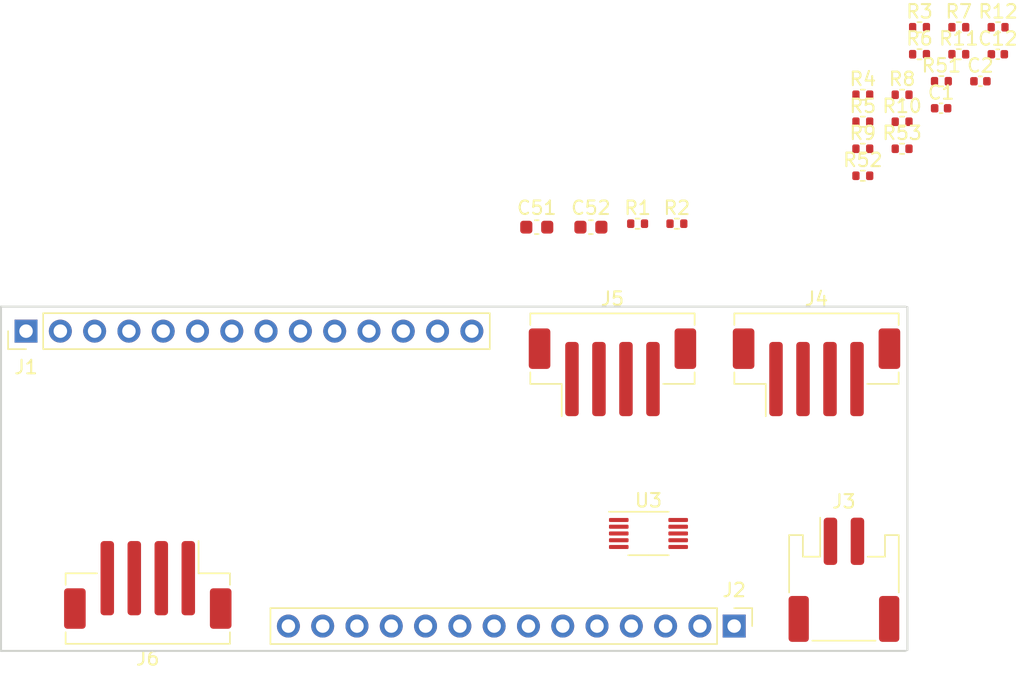
<source format=kicad_pcb>
(kicad_pcb (version 20171130) (host pcbnew "(5.1.12-1-10_14)")

  (general
    (thickness 1.6)
    (drawings 4)
    (tracks 0)
    (zones 0)
    (modules 27)
    (nets 41)
  )

  (page A4)
  (layers
    (0 F.Cu signal)
    (31 B.Cu signal)
    (32 B.Adhes user)
    (33 F.Adhes user)
    (34 B.Paste user)
    (35 F.Paste user)
    (36 B.SilkS user)
    (37 F.SilkS user)
    (38 B.Mask user)
    (39 F.Mask user)
    (40 Dwgs.User user)
    (41 Cmts.User user)
    (42 Eco1.User user)
    (43 Eco2.User user)
    (44 Edge.Cuts user)
    (45 Margin user)
    (46 B.CrtYd user)
    (47 F.CrtYd user)
    (48 B.Fab user)
    (49 F.Fab user)
  )

  (setup
    (last_trace_width 0.25)
    (trace_clearance 0.2)
    (zone_clearance 0.508)
    (zone_45_only no)
    (trace_min 0.2)
    (via_size 0.8)
    (via_drill 0.4)
    (via_min_size 0.4)
    (via_min_drill 0.3)
    (uvia_size 0.3)
    (uvia_drill 0.1)
    (uvias_allowed no)
    (uvia_min_size 0.2)
    (uvia_min_drill 0.1)
    (edge_width 0.05)
    (segment_width 0.2)
    (pcb_text_width 0.3)
    (pcb_text_size 1.5 1.5)
    (mod_edge_width 0.12)
    (mod_text_size 1 1)
    (mod_text_width 0.15)
    (pad_size 1.524 1.524)
    (pad_drill 0.762)
    (pad_to_mask_clearance 0)
    (aux_axis_origin 0 0)
    (visible_elements FFFDFF7F)
    (pcbplotparams
      (layerselection 0x010fc_ffffffff)
      (usegerberextensions false)
      (usegerberattributes true)
      (usegerberadvancedattributes true)
      (creategerberjobfile true)
      (excludeedgelayer true)
      (linewidth 0.100000)
      (plotframeref false)
      (viasonmask false)
      (mode 1)
      (useauxorigin false)
      (hpglpennumber 1)
      (hpglpenspeed 20)
      (hpglpendiameter 15.000000)
      (psnegative false)
      (psa4output false)
      (plotreference true)
      (plotvalue true)
      (plotinvisibletext false)
      (padsonsilk false)
      (subtractmaskfromsilk false)
      (outputformat 1)
      (mirror false)
      (drillshape 1)
      (scaleselection 1)
      (outputdirectory ""))
  )

  (net 0 "")
  (net 1 GND)
  (net 2 /P0.04)
  (net 3 /P0.05)
  (net 4 /P0.03)
  (net 5 /MB_4V4)
  (net 6 "Net-(C52-Pad1)")
  (net 7 /P0.28)
  (net 8 /P0.29)
  (net 9 /P0.30)
  (net 10 /P0.31)
  (net 11 /P0.26)
  (net 12 /P0.27)
  (net 13 /SWDIO)
  (net 14 /SWCLK)
  (net 15 /RESET)
  (net 16 /MB_3V3)
  (net 17 /P0.25)
  (net 18 /P0.24)
  (net 19 /P0.23)
  (net 20 /P0.22)
  (net 21 /P0.21)
  (net 22 /P0.20)
  (net 23 /P0.17)
  (net 24 /P0.16)
  (net 25 /P0.15)
  (net 26 /P0.14)
  (net 27 /P0.13)
  (net 28 /MB_VIN)
  (net 29 "Net-(J3-Pad1)")
  (net 30 "Net-(J3-Pad2)")
  (net 31 "Net-(J4-Pad1)")
  (net 32 "Net-(J4-Pad2)")
  (net 33 "Net-(J4-Pad3)")
  (net 34 "Net-(J5-Pad3)")
  (net 35 "Net-(J5-Pad2)")
  (net 36 "Net-(J5-Pad1)")
  (net 37 "Net-(J6-Pad1)")
  (net 38 "Net-(J6-Pad2)")
  (net 39 "Net-(J6-Pad3)")
  (net 40 "Net-(R53-Pad2)")

  (net_class Default "This is the default net class."
    (clearance 0.2)
    (trace_width 0.25)
    (via_dia 0.8)
    (via_drill 0.4)
    (uvia_dia 0.3)
    (uvia_drill 0.1)
    (add_net /MB_3V3)
    (add_net /MB_4V4)
    (add_net /MB_VIN)
    (add_net /P0.03)
    (add_net /P0.04)
    (add_net /P0.05)
    (add_net /P0.13)
    (add_net /P0.14)
    (add_net /P0.15)
    (add_net /P0.16)
    (add_net /P0.17)
    (add_net /P0.20)
    (add_net /P0.21)
    (add_net /P0.22)
    (add_net /P0.23)
    (add_net /P0.24)
    (add_net /P0.25)
    (add_net /P0.26)
    (add_net /P0.27)
    (add_net /P0.28)
    (add_net /P0.29)
    (add_net /P0.30)
    (add_net /P0.31)
    (add_net /RESET)
    (add_net /SWCLK)
    (add_net /SWDIO)
    (add_net GND)
    (add_net "Net-(C52-Pad1)")
    (add_net "Net-(J3-Pad1)")
    (add_net "Net-(J3-Pad2)")
    (add_net "Net-(J4-Pad1)")
    (add_net "Net-(J4-Pad2)")
    (add_net "Net-(J4-Pad3)")
    (add_net "Net-(J5-Pad1)")
    (add_net "Net-(J5-Pad2)")
    (add_net "Net-(J5-Pad3)")
    (add_net "Net-(J6-Pad1)")
    (add_net "Net-(J6-Pad2)")
    (add_net "Net-(J6-Pad3)")
    (add_net "Net-(R53-Pad2)")
  )

  (module Connector_PinHeader_2.54mm:PinHeader_1x14_P2.54mm_Vertical (layer F.Cu) (tedit 59FED5CC) (tstamp 6195C7E0)
    (at 52.832 39.624 90)
    (descr "Through hole straight pin header, 1x14, 2.54mm pitch, single row")
    (tags "Through hole pin header THT 1x14 2.54mm single row")
    (path /6195BEB8)
    (fp_text reference J1 (at -2.667 0 180) (layer F.SilkS)
      (effects (font (size 1 1) (thickness 0.15)))
    )
    (fp_text value Conn_01x14 (at 0 35.35 90) (layer F.Fab)
      (effects (font (size 1 1) (thickness 0.15)))
    )
    (fp_line (start 1.8 -1.8) (end -1.8 -1.8) (layer F.CrtYd) (width 0.05))
    (fp_line (start 1.8 34.8) (end 1.8 -1.8) (layer F.CrtYd) (width 0.05))
    (fp_line (start -1.8 34.8) (end 1.8 34.8) (layer F.CrtYd) (width 0.05))
    (fp_line (start -1.8 -1.8) (end -1.8 34.8) (layer F.CrtYd) (width 0.05))
    (fp_line (start -1.33 -1.33) (end 0 -1.33) (layer F.SilkS) (width 0.12))
    (fp_line (start -1.33 0) (end -1.33 -1.33) (layer F.SilkS) (width 0.12))
    (fp_line (start -1.33 1.27) (end 1.33 1.27) (layer F.SilkS) (width 0.12))
    (fp_line (start 1.33 1.27) (end 1.33 34.35) (layer F.SilkS) (width 0.12))
    (fp_line (start -1.33 1.27) (end -1.33 34.35) (layer F.SilkS) (width 0.12))
    (fp_line (start -1.33 34.35) (end 1.33 34.35) (layer F.SilkS) (width 0.12))
    (fp_line (start -1.27 -0.635) (end -0.635 -1.27) (layer F.Fab) (width 0.1))
    (fp_line (start -1.27 34.29) (end -1.27 -0.635) (layer F.Fab) (width 0.1))
    (fp_line (start 1.27 34.29) (end -1.27 34.29) (layer F.Fab) (width 0.1))
    (fp_line (start 1.27 -1.27) (end 1.27 34.29) (layer F.Fab) (width 0.1))
    (fp_line (start -0.635 -1.27) (end 1.27 -1.27) (layer F.Fab) (width 0.1))
    (fp_text user %R (at 0 16.51) (layer F.Fab)
      (effects (font (size 1 1) (thickness 0.15)))
    )
    (pad 14 thru_hole oval (at 0 33.02 90) (size 1.7 1.7) (drill 1) (layers *.Cu *.Mask)
      (net 4 /P0.03))
    (pad 13 thru_hole oval (at 0 30.48 90) (size 1.7 1.7) (drill 1) (layers *.Cu *.Mask)
      (net 2 /P0.04))
    (pad 12 thru_hole oval (at 0 27.94 90) (size 1.7 1.7) (drill 1) (layers *.Cu *.Mask)
      (net 3 /P0.05))
    (pad 11 thru_hole oval (at 0 25.4 90) (size 1.7 1.7) (drill 1) (layers *.Cu *.Mask)
      (net 7 /P0.28))
    (pad 10 thru_hole oval (at 0 22.86 90) (size 1.7 1.7) (drill 1) (layers *.Cu *.Mask)
      (net 8 /P0.29))
    (pad 9 thru_hole oval (at 0 20.32 90) (size 1.7 1.7) (drill 1) (layers *.Cu *.Mask)
      (net 9 /P0.30))
    (pad 8 thru_hole oval (at 0 17.78 90) (size 1.7 1.7) (drill 1) (layers *.Cu *.Mask)
      (net 10 /P0.31))
    (pad 7 thru_hole oval (at 0 15.24 90) (size 1.7 1.7) (drill 1) (layers *.Cu *.Mask)
      (net 11 /P0.26))
    (pad 6 thru_hole oval (at 0 12.7 90) (size 1.7 1.7) (drill 1) (layers *.Cu *.Mask)
      (net 12 /P0.27))
    (pad 5 thru_hole oval (at 0 10.16 90) (size 1.7 1.7) (drill 1) (layers *.Cu *.Mask)
      (net 13 /SWDIO))
    (pad 4 thru_hole oval (at 0 7.62 90) (size 1.7 1.7) (drill 1) (layers *.Cu *.Mask)
      (net 14 /SWCLK))
    (pad 3 thru_hole oval (at 0 5.08 90) (size 1.7 1.7) (drill 1) (layers *.Cu *.Mask)
      (net 15 /RESET))
    (pad 2 thru_hole oval (at 0 2.54 90) (size 1.7 1.7) (drill 1) (layers *.Cu *.Mask)
      (net 1 GND))
    (pad 1 thru_hole rect (at 0 0 90) (size 1.7 1.7) (drill 1) (layers *.Cu *.Mask)
      (net 16 /MB_3V3))
    (model ${KISYS3DMOD}/Connector_PinHeader_2.54mm.3dshapes/PinHeader_1x14_P2.54mm_Vertical.wrl
      (at (xyz 0 0 0))
      (scale (xyz 1 1 1))
      (rotate (xyz 0 0 0))
    )
  )

  (module Connector_PinHeader_2.54mm:PinHeader_1x14_P2.54mm_Vertical (layer F.Cu) (tedit 59FED5CC) (tstamp 6195C802)
    (at 105.283 61.468 270)
    (descr "Through hole straight pin header, 1x14, 2.54mm pitch, single row")
    (tags "Through hole pin header THT 1x14 2.54mm single row")
    (path /61965966)
    (fp_text reference J2 (at -2.667 0 180) (layer F.SilkS)
      (effects (font (size 1 1) (thickness 0.15)))
    )
    (fp_text value Conn_01x14 (at 0 35.35 90) (layer F.Fab)
      (effects (font (size 1 1) (thickness 0.15)))
    )
    (fp_line (start -0.635 -1.27) (end 1.27 -1.27) (layer F.Fab) (width 0.1))
    (fp_line (start 1.27 -1.27) (end 1.27 34.29) (layer F.Fab) (width 0.1))
    (fp_line (start 1.27 34.29) (end -1.27 34.29) (layer F.Fab) (width 0.1))
    (fp_line (start -1.27 34.29) (end -1.27 -0.635) (layer F.Fab) (width 0.1))
    (fp_line (start -1.27 -0.635) (end -0.635 -1.27) (layer F.Fab) (width 0.1))
    (fp_line (start -1.33 34.35) (end 1.33 34.35) (layer F.SilkS) (width 0.12))
    (fp_line (start -1.33 1.27) (end -1.33 34.35) (layer F.SilkS) (width 0.12))
    (fp_line (start 1.33 1.27) (end 1.33 34.35) (layer F.SilkS) (width 0.12))
    (fp_line (start -1.33 1.27) (end 1.33 1.27) (layer F.SilkS) (width 0.12))
    (fp_line (start -1.33 0) (end -1.33 -1.33) (layer F.SilkS) (width 0.12))
    (fp_line (start -1.33 -1.33) (end 0 -1.33) (layer F.SilkS) (width 0.12))
    (fp_line (start -1.8 -1.8) (end -1.8 34.8) (layer F.CrtYd) (width 0.05))
    (fp_line (start -1.8 34.8) (end 1.8 34.8) (layer F.CrtYd) (width 0.05))
    (fp_line (start 1.8 34.8) (end 1.8 -1.8) (layer F.CrtYd) (width 0.05))
    (fp_line (start 1.8 -1.8) (end -1.8 -1.8) (layer F.CrtYd) (width 0.05))
    (fp_text user %R (at 0 16.51) (layer F.Fab)
      (effects (font (size 1 1) (thickness 0.15)))
    )
    (pad 1 thru_hole rect (at 0 0 270) (size 1.7 1.7) (drill 1) (layers *.Cu *.Mask)
      (net 17 /P0.25))
    (pad 2 thru_hole oval (at 0 2.54 270) (size 1.7 1.7) (drill 1) (layers *.Cu *.Mask)
      (net 18 /P0.24))
    (pad 3 thru_hole oval (at 0 5.08 270) (size 1.7 1.7) (drill 1) (layers *.Cu *.Mask)
      (net 19 /P0.23))
    (pad 4 thru_hole oval (at 0 7.62 270) (size 1.7 1.7) (drill 1) (layers *.Cu *.Mask)
      (net 20 /P0.22))
    (pad 5 thru_hole oval (at 0 10.16 270) (size 1.7 1.7) (drill 1) (layers *.Cu *.Mask)
      (net 21 /P0.21))
    (pad 6 thru_hole oval (at 0 12.7 270) (size 1.7 1.7) (drill 1) (layers *.Cu *.Mask)
      (net 22 /P0.20))
    (pad 7 thru_hole oval (at 0 15.24 270) (size 1.7 1.7) (drill 1) (layers *.Cu *.Mask)
      (net 23 /P0.17))
    (pad 8 thru_hole oval (at 0 17.78 270) (size 1.7 1.7) (drill 1) (layers *.Cu *.Mask)
      (net 24 /P0.16))
    (pad 9 thru_hole oval (at 0 20.32 270) (size 1.7 1.7) (drill 1) (layers *.Cu *.Mask)
      (net 25 /P0.15))
    (pad 10 thru_hole oval (at 0 22.86 270) (size 1.7 1.7) (drill 1) (layers *.Cu *.Mask)
      (net 26 /P0.14))
    (pad 11 thru_hole oval (at 0 25.4 270) (size 1.7 1.7) (drill 1) (layers *.Cu *.Mask)
      (net 27 /P0.13))
    (pad 12 thru_hole oval (at 0 27.94 270) (size 1.7 1.7) (drill 1) (layers *.Cu *.Mask)
      (net 1 GND))
    (pad 13 thru_hole oval (at 0 30.48 270) (size 1.7 1.7) (drill 1) (layers *.Cu *.Mask)
      (net 5 /MB_4V4))
    (pad 14 thru_hole oval (at 0 33.02 270) (size 1.7 1.7) (drill 1) (layers *.Cu *.Mask)
      (net 28 /MB_VIN))
    (model ${KISYS3DMOD}/Connector_PinHeader_2.54mm.3dshapes/PinHeader_1x14_P2.54mm_Vertical.wrl
      (at (xyz 0 0 0))
      (scale (xyz 1 1 1))
      (rotate (xyz 0 0 0))
    )
  )

  (module Capacitor_SMD:C_0402_1005Metric (layer F.Cu) (tedit 5F68FEEE) (tstamp 61A9FA8E)
    (at 120.609001 23.115)
    (descr "Capacitor SMD 0402 (1005 Metric), square (rectangular) end terminal, IPC_7351 nominal, (Body size source: IPC-SM-782 page 76, https://www.pcb-3d.com/wordpress/wp-content/uploads/ipc-sm-782a_amendment_1_and_2.pdf), generated with kicad-footprint-generator")
    (tags capacitor)
    (path /62155873)
    (attr smd)
    (fp_text reference C1 (at 0 -1.16) (layer F.SilkS)
      (effects (font (size 1 1) (thickness 0.15)))
    )
    (fp_text value 47pF (at 0 1.16) (layer F.Fab)
      (effects (font (size 1 1) (thickness 0.15)))
    )
    (fp_text user %R (at 0 0) (layer F.Fab)
      (effects (font (size 0.25 0.25) (thickness 0.04)))
    )
    (fp_line (start -0.5 0.25) (end -0.5 -0.25) (layer F.Fab) (width 0.1))
    (fp_line (start -0.5 -0.25) (end 0.5 -0.25) (layer F.Fab) (width 0.1))
    (fp_line (start 0.5 -0.25) (end 0.5 0.25) (layer F.Fab) (width 0.1))
    (fp_line (start 0.5 0.25) (end -0.5 0.25) (layer F.Fab) (width 0.1))
    (fp_line (start -0.107836 -0.36) (end 0.107836 -0.36) (layer F.SilkS) (width 0.12))
    (fp_line (start -0.107836 0.36) (end 0.107836 0.36) (layer F.SilkS) (width 0.12))
    (fp_line (start -0.91 0.46) (end -0.91 -0.46) (layer F.CrtYd) (width 0.05))
    (fp_line (start -0.91 -0.46) (end 0.91 -0.46) (layer F.CrtYd) (width 0.05))
    (fp_line (start 0.91 -0.46) (end 0.91 0.46) (layer F.CrtYd) (width 0.05))
    (fp_line (start 0.91 0.46) (end -0.91 0.46) (layer F.CrtYd) (width 0.05))
    (pad 2 smd roundrect (at 0.48 0) (size 0.56 0.62) (layers F.Cu F.Paste F.Mask) (roundrect_rratio 0.25)
      (net 1 GND))
    (pad 1 smd roundrect (at -0.48 0) (size 0.56 0.62) (layers F.Cu F.Paste F.Mask) (roundrect_rratio 0.25)
      (net 2 /P0.04))
    (model ${KISYS3DMOD}/Capacitor_SMD.3dshapes/C_0402_1005Metric.wrl
      (at (xyz 0 0 0))
      (scale (xyz 1 1 1))
      (rotate (xyz 0 0 0))
    )
  )

  (module Capacitor_SMD:C_0402_1005Metric (layer F.Cu) (tedit 5F68FEEE) (tstamp 61A9FA9F)
    (at 123.519001 21.115)
    (descr "Capacitor SMD 0402 (1005 Metric), square (rectangular) end terminal, IPC_7351 nominal, (Body size source: IPC-SM-782 page 76, https://www.pcb-3d.com/wordpress/wp-content/uploads/ipc-sm-782a_amendment_1_and_2.pdf), generated with kicad-footprint-generator")
    (tags capacitor)
    (path /6215D593)
    (attr smd)
    (fp_text reference C2 (at 0 -1.16) (layer F.SilkS)
      (effects (font (size 1 1) (thickness 0.15)))
    )
    (fp_text value 47pF (at 0 1.16) (layer F.Fab)
      (effects (font (size 1 1) (thickness 0.15)))
    )
    (fp_line (start 0.91 0.46) (end -0.91 0.46) (layer F.CrtYd) (width 0.05))
    (fp_line (start 0.91 -0.46) (end 0.91 0.46) (layer F.CrtYd) (width 0.05))
    (fp_line (start -0.91 -0.46) (end 0.91 -0.46) (layer F.CrtYd) (width 0.05))
    (fp_line (start -0.91 0.46) (end -0.91 -0.46) (layer F.CrtYd) (width 0.05))
    (fp_line (start -0.107836 0.36) (end 0.107836 0.36) (layer F.SilkS) (width 0.12))
    (fp_line (start -0.107836 -0.36) (end 0.107836 -0.36) (layer F.SilkS) (width 0.12))
    (fp_line (start 0.5 0.25) (end -0.5 0.25) (layer F.Fab) (width 0.1))
    (fp_line (start 0.5 -0.25) (end 0.5 0.25) (layer F.Fab) (width 0.1))
    (fp_line (start -0.5 -0.25) (end 0.5 -0.25) (layer F.Fab) (width 0.1))
    (fp_line (start -0.5 0.25) (end -0.5 -0.25) (layer F.Fab) (width 0.1))
    (fp_text user %R (at 0 0) (layer F.Fab)
      (effects (font (size 0.25 0.25) (thickness 0.04)))
    )
    (pad 1 smd roundrect (at -0.48 0) (size 0.56 0.62) (layers F.Cu F.Paste F.Mask) (roundrect_rratio 0.25)
      (net 3 /P0.05))
    (pad 2 smd roundrect (at 0.48 0) (size 0.56 0.62) (layers F.Cu F.Paste F.Mask) (roundrect_rratio 0.25)
      (net 1 GND))
    (model ${KISYS3DMOD}/Capacitor_SMD.3dshapes/C_0402_1005Metric.wrl
      (at (xyz 0 0 0))
      (scale (xyz 1 1 1))
      (rotate (xyz 0 0 0))
    )
  )

  (module Capacitor_SMD:C_0402_1005Metric (layer F.Cu) (tedit 5F68FEEE) (tstamp 61A9FAB0)
    (at 124.809001 19.115)
    (descr "Capacitor SMD 0402 (1005 Metric), square (rectangular) end terminal, IPC_7351 nominal, (Body size source: IPC-SM-782 page 76, https://www.pcb-3d.com/wordpress/wp-content/uploads/ipc-sm-782a_amendment_1_and_2.pdf), generated with kicad-footprint-generator")
    (tags capacitor)
    (path /61AB032E)
    (attr smd)
    (fp_text reference C12 (at 0 -1.16) (layer F.SilkS)
      (effects (font (size 1 1) (thickness 0.15)))
    )
    (fp_text value 47pF (at 0 1.16) (layer F.Fab)
      (effects (font (size 1 1) (thickness 0.15)))
    )
    (fp_line (start 0.91 0.46) (end -0.91 0.46) (layer F.CrtYd) (width 0.05))
    (fp_line (start 0.91 -0.46) (end 0.91 0.46) (layer F.CrtYd) (width 0.05))
    (fp_line (start -0.91 -0.46) (end 0.91 -0.46) (layer F.CrtYd) (width 0.05))
    (fp_line (start -0.91 0.46) (end -0.91 -0.46) (layer F.CrtYd) (width 0.05))
    (fp_line (start -0.107836 0.36) (end 0.107836 0.36) (layer F.SilkS) (width 0.12))
    (fp_line (start -0.107836 -0.36) (end 0.107836 -0.36) (layer F.SilkS) (width 0.12))
    (fp_line (start 0.5 0.25) (end -0.5 0.25) (layer F.Fab) (width 0.1))
    (fp_line (start 0.5 -0.25) (end 0.5 0.25) (layer F.Fab) (width 0.1))
    (fp_line (start -0.5 -0.25) (end 0.5 -0.25) (layer F.Fab) (width 0.1))
    (fp_line (start -0.5 0.25) (end -0.5 -0.25) (layer F.Fab) (width 0.1))
    (fp_text user %R (at 0 0) (layer F.Fab)
      (effects (font (size 0.25 0.25) (thickness 0.04)))
    )
    (pad 1 smd roundrect (at -0.48 0) (size 0.56 0.62) (layers F.Cu F.Paste F.Mask) (roundrect_rratio 0.25)
      (net 4 /P0.03))
    (pad 2 smd roundrect (at 0.48 0) (size 0.56 0.62) (layers F.Cu F.Paste F.Mask) (roundrect_rratio 0.25)
      (net 1 GND))
    (model ${KISYS3DMOD}/Capacitor_SMD.3dshapes/C_0402_1005Metric.wrl
      (at (xyz 0 0 0))
      (scale (xyz 1 1 1))
      (rotate (xyz 0 0 0))
    )
  )

  (module Capacitor_SMD:C_0603_1608Metric (layer F.Cu) (tedit 5F68FEEE) (tstamp 61A9FAC1)
    (at 90.659001 31.920001)
    (descr "Capacitor SMD 0603 (1608 Metric), square (rectangular) end terminal, IPC_7351 nominal, (Body size source: IPC-SM-782 page 76, https://www.pcb-3d.com/wordpress/wp-content/uploads/ipc-sm-782a_amendment_1_and_2.pdf), generated with kicad-footprint-generator")
    (tags capacitor)
    (path /61708A8F)
    (attr smd)
    (fp_text reference C51 (at 0 -1.43) (layer F.SilkS)
      (effects (font (size 1 1) (thickness 0.15)))
    )
    (fp_text value 1uF (at 0 1.43) (layer F.Fab)
      (effects (font (size 1 1) (thickness 0.15)))
    )
    (fp_text user %R (at 0 0) (layer F.Fab)
      (effects (font (size 0.4 0.4) (thickness 0.06)))
    )
    (fp_line (start -0.8 0.4) (end -0.8 -0.4) (layer F.Fab) (width 0.1))
    (fp_line (start -0.8 -0.4) (end 0.8 -0.4) (layer F.Fab) (width 0.1))
    (fp_line (start 0.8 -0.4) (end 0.8 0.4) (layer F.Fab) (width 0.1))
    (fp_line (start 0.8 0.4) (end -0.8 0.4) (layer F.Fab) (width 0.1))
    (fp_line (start -0.14058 -0.51) (end 0.14058 -0.51) (layer F.SilkS) (width 0.12))
    (fp_line (start -0.14058 0.51) (end 0.14058 0.51) (layer F.SilkS) (width 0.12))
    (fp_line (start -1.48 0.73) (end -1.48 -0.73) (layer F.CrtYd) (width 0.05))
    (fp_line (start -1.48 -0.73) (end 1.48 -0.73) (layer F.CrtYd) (width 0.05))
    (fp_line (start 1.48 -0.73) (end 1.48 0.73) (layer F.CrtYd) (width 0.05))
    (fp_line (start 1.48 0.73) (end -1.48 0.73) (layer F.CrtYd) (width 0.05))
    (pad 2 smd roundrect (at 0.775 0) (size 0.9 0.95) (layers F.Cu F.Paste F.Mask) (roundrect_rratio 0.25)
      (net 5 /MB_4V4))
    (pad 1 smd roundrect (at -0.775 0) (size 0.9 0.95) (layers F.Cu F.Paste F.Mask) (roundrect_rratio 0.25)
      (net 1 GND))
    (model ${KISYS3DMOD}/Capacitor_SMD.3dshapes/C_0603_1608Metric.wrl
      (at (xyz 0 0 0))
      (scale (xyz 1 1 1))
      (rotate (xyz 0 0 0))
    )
  )

  (module Capacitor_SMD:C_0603_1608Metric (layer F.Cu) (tedit 5F68FEEE) (tstamp 61A9FAD2)
    (at 94.669001 31.920001)
    (descr "Capacitor SMD 0603 (1608 Metric), square (rectangular) end terminal, IPC_7351 nominal, (Body size source: IPC-SM-782 page 76, https://www.pcb-3d.com/wordpress/wp-content/uploads/ipc-sm-782a_amendment_1_and_2.pdf), generated with kicad-footprint-generator")
    (tags capacitor)
    (path /6171541E)
    (attr smd)
    (fp_text reference C52 (at 0 -1.43) (layer F.SilkS)
      (effects (font (size 1 1) (thickness 0.15)))
    )
    (fp_text value 1uF (at 0 1.43) (layer F.Fab)
      (effects (font (size 1 1) (thickness 0.15)))
    )
    (fp_line (start 1.48 0.73) (end -1.48 0.73) (layer F.CrtYd) (width 0.05))
    (fp_line (start 1.48 -0.73) (end 1.48 0.73) (layer F.CrtYd) (width 0.05))
    (fp_line (start -1.48 -0.73) (end 1.48 -0.73) (layer F.CrtYd) (width 0.05))
    (fp_line (start -1.48 0.73) (end -1.48 -0.73) (layer F.CrtYd) (width 0.05))
    (fp_line (start -0.14058 0.51) (end 0.14058 0.51) (layer F.SilkS) (width 0.12))
    (fp_line (start -0.14058 -0.51) (end 0.14058 -0.51) (layer F.SilkS) (width 0.12))
    (fp_line (start 0.8 0.4) (end -0.8 0.4) (layer F.Fab) (width 0.1))
    (fp_line (start 0.8 -0.4) (end 0.8 0.4) (layer F.Fab) (width 0.1))
    (fp_line (start -0.8 -0.4) (end 0.8 -0.4) (layer F.Fab) (width 0.1))
    (fp_line (start -0.8 0.4) (end -0.8 -0.4) (layer F.Fab) (width 0.1))
    (fp_text user %R (at 0 0) (layer F.Fab)
      (effects (font (size 0.4 0.4) (thickness 0.06)))
    )
    (pad 1 smd roundrect (at -0.775 0) (size 0.9 0.95) (layers F.Cu F.Paste F.Mask) (roundrect_rratio 0.25)
      (net 6 "Net-(C52-Pad1)"))
    (pad 2 smd roundrect (at 0.775 0) (size 0.9 0.95) (layers F.Cu F.Paste F.Mask) (roundrect_rratio 0.25)
      (net 1 GND))
    (model ${KISYS3DMOD}/Capacitor_SMD.3dshapes/C_0603_1608Metric.wrl
      (at (xyz 0 0 0))
      (scale (xyz 1 1 1))
      (rotate (xyz 0 0 0))
    )
  )

  (module Connector_JST:JST_PH_S2B-PH-SM4-TB_1x02-1MP_P2.00mm_Horizontal (layer F.Cu) (tedit 5B78AD87) (tstamp 61A9FAF3)
    (at 113.411 58.039)
    (descr "JST PH series connector, S2B-PH-SM4-TB (http://www.jst-mfg.com/product/pdf/eng/ePH.pdf), generated with kicad-footprint-generator")
    (tags "connector JST PH top entry")
    (path /616BB492)
    (attr smd)
    (fp_text reference J3 (at 0 -5.8) (layer F.SilkS)
      (effects (font (size 1 1) (thickness 0.15)))
    )
    (fp_text value HAPTIC_Conn (at 0 5.8) (layer F.Fab)
      (effects (font (size 1 1) (thickness 0.15)))
    )
    (fp_line (start -1 -0.892893) (end -0.5 -1.6) (layer F.Fab) (width 0.1))
    (fp_line (start -1.5 -1.6) (end -1 -0.892893) (layer F.Fab) (width 0.1))
    (fp_line (start 4.6 -5.1) (end -4.6 -5.1) (layer F.CrtYd) (width 0.05))
    (fp_line (start 4.6 5.1) (end 4.6 -5.1) (layer F.CrtYd) (width 0.05))
    (fp_line (start -4.6 5.1) (end 4.6 5.1) (layer F.CrtYd) (width 0.05))
    (fp_line (start -4.6 -5.1) (end -4.6 5.1) (layer F.CrtYd) (width 0.05))
    (fp_line (start 3.95 -3.2) (end 3.95 4.4) (layer F.Fab) (width 0.1))
    (fp_line (start -3.95 -3.2) (end -3.95 4.4) (layer F.Fab) (width 0.1))
    (fp_line (start -3.95 4.4) (end 3.95 4.4) (layer F.Fab) (width 0.1))
    (fp_line (start -2.34 4.51) (end 2.34 4.51) (layer F.SilkS) (width 0.12))
    (fp_line (start 3.04 -1.71) (end 1.76 -1.71) (layer F.SilkS) (width 0.12))
    (fp_line (start 3.04 -3.31) (end 3.04 -1.71) (layer F.SilkS) (width 0.12))
    (fp_line (start 4.06 -3.31) (end 3.04 -3.31) (layer F.SilkS) (width 0.12))
    (fp_line (start 4.06 0.94) (end 4.06 -3.31) (layer F.SilkS) (width 0.12))
    (fp_line (start -1.76 -1.71) (end -1.76 -4.6) (layer F.SilkS) (width 0.12))
    (fp_line (start -3.04 -1.71) (end -1.76 -1.71) (layer F.SilkS) (width 0.12))
    (fp_line (start -3.04 -3.31) (end -3.04 -1.71) (layer F.SilkS) (width 0.12))
    (fp_line (start -4.06 -3.31) (end -3.04 -3.31) (layer F.SilkS) (width 0.12))
    (fp_line (start -4.06 0.94) (end -4.06 -3.31) (layer F.SilkS) (width 0.12))
    (fp_line (start 3.15 -3.2) (end 3.95 -3.2) (layer F.Fab) (width 0.1))
    (fp_line (start 3.15 -1.6) (end 3.15 -3.2) (layer F.Fab) (width 0.1))
    (fp_line (start -3.15 -1.6) (end 3.15 -1.6) (layer F.Fab) (width 0.1))
    (fp_line (start -3.15 -3.2) (end -3.15 -1.6) (layer F.Fab) (width 0.1))
    (fp_line (start -3.95 -3.2) (end -3.15 -3.2) (layer F.Fab) (width 0.1))
    (fp_text user %R (at 0 1.5) (layer F.Fab)
      (effects (font (size 1 1) (thickness 0.15)))
    )
    (pad 1 smd roundrect (at -1 -2.85) (size 1 3.5) (layers F.Cu F.Paste F.Mask) (roundrect_rratio 0.25)
      (net 29 "Net-(J3-Pad1)"))
    (pad 2 smd roundrect (at 1 -2.85) (size 1 3.5) (layers F.Cu F.Paste F.Mask) (roundrect_rratio 0.25)
      (net 30 "Net-(J3-Pad2)"))
    (pad MP smd roundrect (at -3.35 2.9) (size 1.5 3.4) (layers F.Cu F.Paste F.Mask) (roundrect_rratio 0.166667)
      (net 1 GND))
    (pad MP smd roundrect (at 3.35 2.9) (size 1.5 3.4) (layers F.Cu F.Paste F.Mask) (roundrect_rratio 0.166667)
      (net 1 GND))
    (model ${KISYS3DMOD}/Connector_JST.3dshapes/JST_PH_S2B-PH-SM4-TB_1x02-1MP_P2.00mm_Horizontal.wrl
      (at (xyz 0 0 0))
      (scale (xyz 1 1 1))
      (rotate (xyz 0 0 0))
    )
  )

  (module Connector_JST:JST_PH_B4B-PH-SM4-TB_1x04-1MP_P2.00mm_Vertical (layer F.Cu) (tedit 5B78AD87) (tstamp 61A9FB20)
    (at 111.379 42.672)
    (descr "JST PH series connector, B4B-PH-SM4-TB (http://www.jst-mfg.com/product/pdf/eng/ePH.pdf), generated with kicad-footprint-generator")
    (tags "connector JST PH side entry")
    (path /62A9FED5)
    (attr smd)
    (fp_text reference J4 (at 0 -5.45) (layer F.SilkS)
      (effects (font (size 1 1) (thickness 0.15)))
    )
    (fp_text value HMI_Conn_0_2 (at 0 4.45) (layer F.Fab)
      (effects (font (size 1 1) (thickness 0.15)))
    )
    (fp_line (start -3 0.042893) (end -2.5 0.75) (layer F.Fab) (width 0.1))
    (fp_line (start -3.5 0.75) (end -3 0.042893) (layer F.Fab) (width 0.1))
    (fp_line (start 6.7 -4.75) (end -6.7 -4.75) (layer F.CrtYd) (width 0.05))
    (fp_line (start 6.7 3.75) (end 6.7 -4.75) (layer F.CrtYd) (width 0.05))
    (fp_line (start -6.7 3.75) (end 6.7 3.75) (layer F.CrtYd) (width 0.05))
    (fp_line (start -6.7 -4.75) (end -6.7 3.75) (layer F.CrtYd) (width 0.05))
    (fp_line (start 3.25 -2.75) (end 2.75 -2.75) (layer F.Fab) (width 0.1))
    (fp_line (start 3.25 -2.25) (end 3.25 -2.75) (layer F.Fab) (width 0.1))
    (fp_line (start 2.75 -2.25) (end 3.25 -2.25) (layer F.Fab) (width 0.1))
    (fp_line (start 2.75 -2.75) (end 2.75 -2.25) (layer F.Fab) (width 0.1))
    (fp_line (start 1.25 -2.75) (end 0.75 -2.75) (layer F.Fab) (width 0.1))
    (fp_line (start 1.25 -2.25) (end 1.25 -2.75) (layer F.Fab) (width 0.1))
    (fp_line (start 0.75 -2.25) (end 1.25 -2.25) (layer F.Fab) (width 0.1))
    (fp_line (start 0.75 -2.75) (end 0.75 -2.25) (layer F.Fab) (width 0.1))
    (fp_line (start -0.75 -2.75) (end -1.25 -2.75) (layer F.Fab) (width 0.1))
    (fp_line (start -0.75 -2.25) (end -0.75 -2.75) (layer F.Fab) (width 0.1))
    (fp_line (start -1.25 -2.25) (end -0.75 -2.25) (layer F.Fab) (width 0.1))
    (fp_line (start -1.25 -2.75) (end -1.25 -2.25) (layer F.Fab) (width 0.1))
    (fp_line (start -2.75 -2.75) (end -3.25 -2.75) (layer F.Fab) (width 0.1))
    (fp_line (start -2.75 -2.25) (end -2.75 -2.75) (layer F.Fab) (width 0.1))
    (fp_line (start -3.25 -2.25) (end -2.75 -2.25) (layer F.Fab) (width 0.1))
    (fp_line (start -3.25 -2.75) (end -3.25 -2.25) (layer F.Fab) (width 0.1))
    (fp_line (start 5.975 0.75) (end 5.975 -4.25) (layer F.Fab) (width 0.1))
    (fp_line (start -5.975 0.75) (end -5.975 -4.25) (layer F.Fab) (width 0.1))
    (fp_line (start -5.975 -4.25) (end 5.975 -4.25) (layer F.Fab) (width 0.1))
    (fp_line (start 6.085 -4.36) (end 6.085 -3.51) (layer F.SilkS) (width 0.12))
    (fp_line (start -6.085 -4.36) (end 6.085 -4.36) (layer F.SilkS) (width 0.12))
    (fp_line (start -6.085 -3.51) (end -6.085 -4.36) (layer F.SilkS) (width 0.12))
    (fp_line (start 6.085 0.86) (end 3.76 0.86) (layer F.SilkS) (width 0.12))
    (fp_line (start 6.085 0.01) (end 6.085 0.86) (layer F.SilkS) (width 0.12))
    (fp_line (start -3.76 0.86) (end -3.76 3.25) (layer F.SilkS) (width 0.12))
    (fp_line (start -6.085 0.86) (end -3.76 0.86) (layer F.SilkS) (width 0.12))
    (fp_line (start -6.085 0.01) (end -6.085 0.86) (layer F.SilkS) (width 0.12))
    (fp_line (start -5.975 0.75) (end 5.975 0.75) (layer F.Fab) (width 0.1))
    (fp_text user %R (at 0 -1) (layer F.Fab)
      (effects (font (size 1 1) (thickness 0.15)))
    )
    (pad 1 smd roundrect (at -3 0.5) (size 1 5.5) (layers F.Cu F.Paste F.Mask) (roundrect_rratio 0.25)
      (net 31 "Net-(J4-Pad1)"))
    (pad 2 smd roundrect (at -1 0.5) (size 1 5.5) (layers F.Cu F.Paste F.Mask) (roundrect_rratio 0.25)
      (net 32 "Net-(J4-Pad2)"))
    (pad 3 smd roundrect (at 1 0.5) (size 1 5.5) (layers F.Cu F.Paste F.Mask) (roundrect_rratio 0.25)
      (net 33 "Net-(J4-Pad3)"))
    (pad 4 smd roundrect (at 3 0.5) (size 1 5.5) (layers F.Cu F.Paste F.Mask) (roundrect_rratio 0.25)
      (net 1 GND))
    (pad MP smd roundrect (at -5.4 -1.75) (size 1.6 3) (layers F.Cu F.Paste F.Mask) (roundrect_rratio 0.15625)
      (net 1 GND))
    (pad MP smd roundrect (at 5.4 -1.75) (size 1.6 3) (layers F.Cu F.Paste F.Mask) (roundrect_rratio 0.15625)
      (net 1 GND))
    (model ${KISYS3DMOD}/Connector_JST.3dshapes/JST_PH_B4B-PH-SM4-TB_1x04-1MP_P2.00mm_Vertical.wrl
      (at (xyz 0 0 0))
      (scale (xyz 1 1 1))
      (rotate (xyz 0 0 0))
    )
  )

  (module Connector_JST:JST_PH_B4B-PH-SM4-TB_1x04-1MP_P2.00mm_Vertical (layer F.Cu) (tedit 5B78AD87) (tstamp 61A9FB4D)
    (at 96.266 42.672)
    (descr "JST PH series connector, B4B-PH-SM4-TB (http://www.jst-mfg.com/product/pdf/eng/ePH.pdf), generated with kicad-footprint-generator")
    (tags "connector JST PH side entry")
    (path /62AC50DE)
    (attr smd)
    (fp_text reference J5 (at 0 -5.45) (layer F.SilkS)
      (effects (font (size 1 1) (thickness 0.15)))
    )
    (fp_text value HMI_Conn_3_5 (at 0 4.45) (layer F.Fab)
      (effects (font (size 1 1) (thickness 0.15)))
    )
    (fp_text user %R (at 0 -1) (layer F.Fab)
      (effects (font (size 1 1) (thickness 0.15)))
    )
    (fp_line (start -5.975 0.75) (end 5.975 0.75) (layer F.Fab) (width 0.1))
    (fp_line (start -6.085 0.01) (end -6.085 0.86) (layer F.SilkS) (width 0.12))
    (fp_line (start -6.085 0.86) (end -3.76 0.86) (layer F.SilkS) (width 0.12))
    (fp_line (start -3.76 0.86) (end -3.76 3.25) (layer F.SilkS) (width 0.12))
    (fp_line (start 6.085 0.01) (end 6.085 0.86) (layer F.SilkS) (width 0.12))
    (fp_line (start 6.085 0.86) (end 3.76 0.86) (layer F.SilkS) (width 0.12))
    (fp_line (start -6.085 -3.51) (end -6.085 -4.36) (layer F.SilkS) (width 0.12))
    (fp_line (start -6.085 -4.36) (end 6.085 -4.36) (layer F.SilkS) (width 0.12))
    (fp_line (start 6.085 -4.36) (end 6.085 -3.51) (layer F.SilkS) (width 0.12))
    (fp_line (start -5.975 -4.25) (end 5.975 -4.25) (layer F.Fab) (width 0.1))
    (fp_line (start -5.975 0.75) (end -5.975 -4.25) (layer F.Fab) (width 0.1))
    (fp_line (start 5.975 0.75) (end 5.975 -4.25) (layer F.Fab) (width 0.1))
    (fp_line (start -3.25 -2.75) (end -3.25 -2.25) (layer F.Fab) (width 0.1))
    (fp_line (start -3.25 -2.25) (end -2.75 -2.25) (layer F.Fab) (width 0.1))
    (fp_line (start -2.75 -2.25) (end -2.75 -2.75) (layer F.Fab) (width 0.1))
    (fp_line (start -2.75 -2.75) (end -3.25 -2.75) (layer F.Fab) (width 0.1))
    (fp_line (start -1.25 -2.75) (end -1.25 -2.25) (layer F.Fab) (width 0.1))
    (fp_line (start -1.25 -2.25) (end -0.75 -2.25) (layer F.Fab) (width 0.1))
    (fp_line (start -0.75 -2.25) (end -0.75 -2.75) (layer F.Fab) (width 0.1))
    (fp_line (start -0.75 -2.75) (end -1.25 -2.75) (layer F.Fab) (width 0.1))
    (fp_line (start 0.75 -2.75) (end 0.75 -2.25) (layer F.Fab) (width 0.1))
    (fp_line (start 0.75 -2.25) (end 1.25 -2.25) (layer F.Fab) (width 0.1))
    (fp_line (start 1.25 -2.25) (end 1.25 -2.75) (layer F.Fab) (width 0.1))
    (fp_line (start 1.25 -2.75) (end 0.75 -2.75) (layer F.Fab) (width 0.1))
    (fp_line (start 2.75 -2.75) (end 2.75 -2.25) (layer F.Fab) (width 0.1))
    (fp_line (start 2.75 -2.25) (end 3.25 -2.25) (layer F.Fab) (width 0.1))
    (fp_line (start 3.25 -2.25) (end 3.25 -2.75) (layer F.Fab) (width 0.1))
    (fp_line (start 3.25 -2.75) (end 2.75 -2.75) (layer F.Fab) (width 0.1))
    (fp_line (start -6.7 -4.75) (end -6.7 3.75) (layer F.CrtYd) (width 0.05))
    (fp_line (start -6.7 3.75) (end 6.7 3.75) (layer F.CrtYd) (width 0.05))
    (fp_line (start 6.7 3.75) (end 6.7 -4.75) (layer F.CrtYd) (width 0.05))
    (fp_line (start 6.7 -4.75) (end -6.7 -4.75) (layer F.CrtYd) (width 0.05))
    (fp_line (start -3.5 0.75) (end -3 0.042893) (layer F.Fab) (width 0.1))
    (fp_line (start -3 0.042893) (end -2.5 0.75) (layer F.Fab) (width 0.1))
    (pad MP smd roundrect (at 5.4 -1.75) (size 1.6 3) (layers F.Cu F.Paste F.Mask) (roundrect_rratio 0.15625)
      (net 1 GND))
    (pad MP smd roundrect (at -5.4 -1.75) (size 1.6 3) (layers F.Cu F.Paste F.Mask) (roundrect_rratio 0.15625)
      (net 1 GND))
    (pad 4 smd roundrect (at 3 0.5) (size 1 5.5) (layers F.Cu F.Paste F.Mask) (roundrect_rratio 0.25)
      (net 1 GND))
    (pad 3 smd roundrect (at 1 0.5) (size 1 5.5) (layers F.Cu F.Paste F.Mask) (roundrect_rratio 0.25)
      (net 34 "Net-(J5-Pad3)"))
    (pad 2 smd roundrect (at -1 0.5) (size 1 5.5) (layers F.Cu F.Paste F.Mask) (roundrect_rratio 0.25)
      (net 35 "Net-(J5-Pad2)"))
    (pad 1 smd roundrect (at -3 0.5) (size 1 5.5) (layers F.Cu F.Paste F.Mask) (roundrect_rratio 0.25)
      (net 36 "Net-(J5-Pad1)"))
    (model ${KISYS3DMOD}/Connector_JST.3dshapes/JST_PH_B4B-PH-SM4-TB_1x04-1MP_P2.00mm_Vertical.wrl
      (at (xyz 0 0 0))
      (scale (xyz 1 1 1))
      (rotate (xyz 0 0 0))
    )
  )

  (module Connector_JST:JST_PH_B4B-PH-SM4-TB_1x04-1MP_P2.00mm_Vertical (layer F.Cu) (tedit 5B78AD87) (tstamp 61A9FB7A)
    (at 61.849 58.42 180)
    (descr "JST PH series connector, B4B-PH-SM4-TB (http://www.jst-mfg.com/product/pdf/eng/ePH.pdf), generated with kicad-footprint-generator")
    (tags "connector JST PH side entry")
    (path /62ADAE60)
    (attr smd)
    (fp_text reference J6 (at 0 -5.45) (layer F.SilkS)
      (effects (font (size 1 1) (thickness 0.15)))
    )
    (fp_text value HMI_Conn_6_8 (at 0 4.45) (layer F.Fab)
      (effects (font (size 1 1) (thickness 0.15)))
    )
    (fp_line (start -3 0.042893) (end -2.5 0.75) (layer F.Fab) (width 0.1))
    (fp_line (start -3.5 0.75) (end -3 0.042893) (layer F.Fab) (width 0.1))
    (fp_line (start 6.7 -4.75) (end -6.7 -4.75) (layer F.CrtYd) (width 0.05))
    (fp_line (start 6.7 3.75) (end 6.7 -4.75) (layer F.CrtYd) (width 0.05))
    (fp_line (start -6.7 3.75) (end 6.7 3.75) (layer F.CrtYd) (width 0.05))
    (fp_line (start -6.7 -4.75) (end -6.7 3.75) (layer F.CrtYd) (width 0.05))
    (fp_line (start 3.25 -2.75) (end 2.75 -2.75) (layer F.Fab) (width 0.1))
    (fp_line (start 3.25 -2.25) (end 3.25 -2.75) (layer F.Fab) (width 0.1))
    (fp_line (start 2.75 -2.25) (end 3.25 -2.25) (layer F.Fab) (width 0.1))
    (fp_line (start 2.75 -2.75) (end 2.75 -2.25) (layer F.Fab) (width 0.1))
    (fp_line (start 1.25 -2.75) (end 0.75 -2.75) (layer F.Fab) (width 0.1))
    (fp_line (start 1.25 -2.25) (end 1.25 -2.75) (layer F.Fab) (width 0.1))
    (fp_line (start 0.75 -2.25) (end 1.25 -2.25) (layer F.Fab) (width 0.1))
    (fp_line (start 0.75 -2.75) (end 0.75 -2.25) (layer F.Fab) (width 0.1))
    (fp_line (start -0.75 -2.75) (end -1.25 -2.75) (layer F.Fab) (width 0.1))
    (fp_line (start -0.75 -2.25) (end -0.75 -2.75) (layer F.Fab) (width 0.1))
    (fp_line (start -1.25 -2.25) (end -0.75 -2.25) (layer F.Fab) (width 0.1))
    (fp_line (start -1.25 -2.75) (end -1.25 -2.25) (layer F.Fab) (width 0.1))
    (fp_line (start -2.75 -2.75) (end -3.25 -2.75) (layer F.Fab) (width 0.1))
    (fp_line (start -2.75 -2.25) (end -2.75 -2.75) (layer F.Fab) (width 0.1))
    (fp_line (start -3.25 -2.25) (end -2.75 -2.25) (layer F.Fab) (width 0.1))
    (fp_line (start -3.25 -2.75) (end -3.25 -2.25) (layer F.Fab) (width 0.1))
    (fp_line (start 5.975 0.75) (end 5.975 -4.25) (layer F.Fab) (width 0.1))
    (fp_line (start -5.975 0.75) (end -5.975 -4.25) (layer F.Fab) (width 0.1))
    (fp_line (start -5.975 -4.25) (end 5.975 -4.25) (layer F.Fab) (width 0.1))
    (fp_line (start 6.085 -4.36) (end 6.085 -3.51) (layer F.SilkS) (width 0.12))
    (fp_line (start -6.085 -4.36) (end 6.085 -4.36) (layer F.SilkS) (width 0.12))
    (fp_line (start -6.085 -3.51) (end -6.085 -4.36) (layer F.SilkS) (width 0.12))
    (fp_line (start 6.085 0.86) (end 3.76 0.86) (layer F.SilkS) (width 0.12))
    (fp_line (start 6.085 0.01) (end 6.085 0.86) (layer F.SilkS) (width 0.12))
    (fp_line (start -3.76 0.86) (end -3.76 3.25) (layer F.SilkS) (width 0.12))
    (fp_line (start -6.085 0.86) (end -3.76 0.86) (layer F.SilkS) (width 0.12))
    (fp_line (start -6.085 0.01) (end -6.085 0.86) (layer F.SilkS) (width 0.12))
    (fp_line (start -5.975 0.75) (end 5.975 0.75) (layer F.Fab) (width 0.1))
    (fp_text user %R (at 0 -1) (layer F.Fab)
      (effects (font (size 1 1) (thickness 0.15)))
    )
    (pad 1 smd roundrect (at -3 0.5 180) (size 1 5.5) (layers F.Cu F.Paste F.Mask) (roundrect_rratio 0.25)
      (net 37 "Net-(J6-Pad1)"))
    (pad 2 smd roundrect (at -1 0.5 180) (size 1 5.5) (layers F.Cu F.Paste F.Mask) (roundrect_rratio 0.25)
      (net 38 "Net-(J6-Pad2)"))
    (pad 3 smd roundrect (at 1 0.5 180) (size 1 5.5) (layers F.Cu F.Paste F.Mask) (roundrect_rratio 0.25)
      (net 39 "Net-(J6-Pad3)"))
    (pad 4 smd roundrect (at 3 0.5 180) (size 1 5.5) (layers F.Cu F.Paste F.Mask) (roundrect_rratio 0.25)
      (net 1 GND))
    (pad MP smd roundrect (at -5.4 -1.75 180) (size 1.6 3) (layers F.Cu F.Paste F.Mask) (roundrect_rratio 0.15625)
      (net 1 GND))
    (pad MP smd roundrect (at 5.4 -1.75 180) (size 1.6 3) (layers F.Cu F.Paste F.Mask) (roundrect_rratio 0.15625)
      (net 1 GND))
    (model ${KISYS3DMOD}/Connector_JST.3dshapes/JST_PH_B4B-PH-SM4-TB_1x04-1MP_P2.00mm_Vertical.wrl
      (at (xyz 0 0 0))
      (scale (xyz 1 1 1))
      (rotate (xyz 0 0 0))
    )
  )

  (module Resistor_SMD:R_0402_1005Metric (layer F.Cu) (tedit 5F68FEEE) (tstamp 61A9FB8B)
    (at 98.129001 31.665)
    (descr "Resistor SMD 0402 (1005 Metric), square (rectangular) end terminal, IPC_7351 nominal, (Body size source: IPC-SM-782 page 72, https://www.pcb-3d.com/wordpress/wp-content/uploads/ipc-sm-782a_amendment_1_and_2.pdf), generated with kicad-footprint-generator")
    (tags resistor)
    (path /620B4920)
    (attr smd)
    (fp_text reference R1 (at 0 -1.17) (layer F.SilkS)
      (effects (font (size 1 1) (thickness 0.15)))
    )
    (fp_text value 10K (at 0 1.17) (layer F.Fab)
      (effects (font (size 1 1) (thickness 0.15)))
    )
    (fp_text user %R (at 0 0) (layer F.Fab)
      (effects (font (size 0.26 0.26) (thickness 0.04)))
    )
    (fp_line (start -0.525 0.27) (end -0.525 -0.27) (layer F.Fab) (width 0.1))
    (fp_line (start -0.525 -0.27) (end 0.525 -0.27) (layer F.Fab) (width 0.1))
    (fp_line (start 0.525 -0.27) (end 0.525 0.27) (layer F.Fab) (width 0.1))
    (fp_line (start 0.525 0.27) (end -0.525 0.27) (layer F.Fab) (width 0.1))
    (fp_line (start -0.153641 -0.38) (end 0.153641 -0.38) (layer F.SilkS) (width 0.12))
    (fp_line (start -0.153641 0.38) (end 0.153641 0.38) (layer F.SilkS) (width 0.12))
    (fp_line (start -0.93 0.47) (end -0.93 -0.47) (layer F.CrtYd) (width 0.05))
    (fp_line (start -0.93 -0.47) (end 0.93 -0.47) (layer F.CrtYd) (width 0.05))
    (fp_line (start 0.93 -0.47) (end 0.93 0.47) (layer F.CrtYd) (width 0.05))
    (fp_line (start 0.93 0.47) (end -0.93 0.47) (layer F.CrtYd) (width 0.05))
    (pad 2 smd roundrect (at 0.51 0) (size 0.54 0.64) (layers F.Cu F.Paste F.Mask) (roundrect_rratio 0.25)
      (net 4 /P0.03))
    (pad 1 smd roundrect (at -0.51 0) (size 0.54 0.64) (layers F.Cu F.Paste F.Mask) (roundrect_rratio 0.25)
      (net 16 /MB_3V3))
    (model ${KISYS3DMOD}/Resistor_SMD.3dshapes/R_0402_1005Metric.wrl
      (at (xyz 0 0 0))
      (scale (xyz 1 1 1))
      (rotate (xyz 0 0 0))
    )
  )

  (module Resistor_SMD:R_0402_1005Metric (layer F.Cu) (tedit 5F68FEEE) (tstamp 61A9FB9C)
    (at 101.039001 31.665)
    (descr "Resistor SMD 0402 (1005 Metric), square (rectangular) end terminal, IPC_7351 nominal, (Body size source: IPC-SM-782 page 72, https://www.pcb-3d.com/wordpress/wp-content/uploads/ipc-sm-782a_amendment_1_and_2.pdf), generated with kicad-footprint-generator")
    (tags resistor)
    (path /6215587D)
    (attr smd)
    (fp_text reference R2 (at 0 -1.17) (layer F.SilkS)
      (effects (font (size 1 1) (thickness 0.15)))
    )
    (fp_text value 10K (at 0 1.17) (layer F.Fab)
      (effects (font (size 1 1) (thickness 0.15)))
    )
    (fp_text user %R (at 0 0) (layer F.Fab)
      (effects (font (size 0.26 0.26) (thickness 0.04)))
    )
    (fp_line (start -0.525 0.27) (end -0.525 -0.27) (layer F.Fab) (width 0.1))
    (fp_line (start -0.525 -0.27) (end 0.525 -0.27) (layer F.Fab) (width 0.1))
    (fp_line (start 0.525 -0.27) (end 0.525 0.27) (layer F.Fab) (width 0.1))
    (fp_line (start 0.525 0.27) (end -0.525 0.27) (layer F.Fab) (width 0.1))
    (fp_line (start -0.153641 -0.38) (end 0.153641 -0.38) (layer F.SilkS) (width 0.12))
    (fp_line (start -0.153641 0.38) (end 0.153641 0.38) (layer F.SilkS) (width 0.12))
    (fp_line (start -0.93 0.47) (end -0.93 -0.47) (layer F.CrtYd) (width 0.05))
    (fp_line (start -0.93 -0.47) (end 0.93 -0.47) (layer F.CrtYd) (width 0.05))
    (fp_line (start 0.93 -0.47) (end 0.93 0.47) (layer F.CrtYd) (width 0.05))
    (fp_line (start 0.93 0.47) (end -0.93 0.47) (layer F.CrtYd) (width 0.05))
    (pad 2 smd roundrect (at 0.51 0) (size 0.54 0.64) (layers F.Cu F.Paste F.Mask) (roundrect_rratio 0.25)
      (net 2 /P0.04))
    (pad 1 smd roundrect (at -0.51 0) (size 0.54 0.64) (layers F.Cu F.Paste F.Mask) (roundrect_rratio 0.25)
      (net 16 /MB_3V3))
    (model ${KISYS3DMOD}/Resistor_SMD.3dshapes/R_0402_1005Metric.wrl
      (at (xyz 0 0 0))
      (scale (xyz 1 1 1))
      (rotate (xyz 0 0 0))
    )
  )

  (module Resistor_SMD:R_0402_1005Metric (layer F.Cu) (tedit 5F68FEEE) (tstamp 61A9FBAD)
    (at 119.009001 17.115)
    (descr "Resistor SMD 0402 (1005 Metric), square (rectangular) end terminal, IPC_7351 nominal, (Body size source: IPC-SM-782 page 72, https://www.pcb-3d.com/wordpress/wp-content/uploads/ipc-sm-782a_amendment_1_and_2.pdf), generated with kicad-footprint-generator")
    (tags resistor)
    (path /6215D59D)
    (attr smd)
    (fp_text reference R3 (at 0 -1.17) (layer F.SilkS)
      (effects (font (size 1 1) (thickness 0.15)))
    )
    (fp_text value 10K (at 0 1.17) (layer F.Fab)
      (effects (font (size 1 1) (thickness 0.15)))
    )
    (fp_text user %R (at 0 0) (layer F.Fab)
      (effects (font (size 0.26 0.26) (thickness 0.04)))
    )
    (fp_line (start -0.525 0.27) (end -0.525 -0.27) (layer F.Fab) (width 0.1))
    (fp_line (start -0.525 -0.27) (end 0.525 -0.27) (layer F.Fab) (width 0.1))
    (fp_line (start 0.525 -0.27) (end 0.525 0.27) (layer F.Fab) (width 0.1))
    (fp_line (start 0.525 0.27) (end -0.525 0.27) (layer F.Fab) (width 0.1))
    (fp_line (start -0.153641 -0.38) (end 0.153641 -0.38) (layer F.SilkS) (width 0.12))
    (fp_line (start -0.153641 0.38) (end 0.153641 0.38) (layer F.SilkS) (width 0.12))
    (fp_line (start -0.93 0.47) (end -0.93 -0.47) (layer F.CrtYd) (width 0.05))
    (fp_line (start -0.93 -0.47) (end 0.93 -0.47) (layer F.CrtYd) (width 0.05))
    (fp_line (start 0.93 -0.47) (end 0.93 0.47) (layer F.CrtYd) (width 0.05))
    (fp_line (start 0.93 0.47) (end -0.93 0.47) (layer F.CrtYd) (width 0.05))
    (pad 2 smd roundrect (at 0.51 0) (size 0.54 0.64) (layers F.Cu F.Paste F.Mask) (roundrect_rratio 0.25)
      (net 3 /P0.05))
    (pad 1 smd roundrect (at -0.51 0) (size 0.54 0.64) (layers F.Cu F.Paste F.Mask) (roundrect_rratio 0.25)
      (net 16 /MB_3V3))
    (model ${KISYS3DMOD}/Resistor_SMD.3dshapes/R_0402_1005Metric.wrl
      (at (xyz 0 0 0))
      (scale (xyz 1 1 1))
      (rotate (xyz 0 0 0))
    )
  )

  (module Resistor_SMD:R_0402_1005Metric (layer F.Cu) (tedit 5F68FEEE) (tstamp 61A9FBBE)
    (at 114.809001 22.115)
    (descr "Resistor SMD 0402 (1005 Metric), square (rectangular) end terminal, IPC_7351 nominal, (Body size source: IPC-SM-782 page 72, https://www.pcb-3d.com/wordpress/wp-content/uploads/ipc-sm-782a_amendment_1_and_2.pdf), generated with kicad-footprint-generator")
    (tags resistor)
    (path /620D555A)
    (attr smd)
    (fp_text reference R4 (at 0 -1.17) (layer F.SilkS)
      (effects (font (size 1 1) (thickness 0.15)))
    )
    (fp_text value 0R (at 0 1.17) (layer F.Fab)
      (effects (font (size 1 1) (thickness 0.15)))
    )
    (fp_line (start 0.93 0.47) (end -0.93 0.47) (layer F.CrtYd) (width 0.05))
    (fp_line (start 0.93 -0.47) (end 0.93 0.47) (layer F.CrtYd) (width 0.05))
    (fp_line (start -0.93 -0.47) (end 0.93 -0.47) (layer F.CrtYd) (width 0.05))
    (fp_line (start -0.93 0.47) (end -0.93 -0.47) (layer F.CrtYd) (width 0.05))
    (fp_line (start -0.153641 0.38) (end 0.153641 0.38) (layer F.SilkS) (width 0.12))
    (fp_line (start -0.153641 -0.38) (end 0.153641 -0.38) (layer F.SilkS) (width 0.12))
    (fp_line (start 0.525 0.27) (end -0.525 0.27) (layer F.Fab) (width 0.1))
    (fp_line (start 0.525 -0.27) (end 0.525 0.27) (layer F.Fab) (width 0.1))
    (fp_line (start -0.525 -0.27) (end 0.525 -0.27) (layer F.Fab) (width 0.1))
    (fp_line (start -0.525 0.27) (end -0.525 -0.27) (layer F.Fab) (width 0.1))
    (fp_text user %R (at 0 0) (layer F.Fab)
      (effects (font (size 0.26 0.26) (thickness 0.04)))
    )
    (pad 1 smd roundrect (at -0.51 0) (size 0.54 0.64) (layers F.Cu F.Paste F.Mask) (roundrect_rratio 0.25)
      (net 31 "Net-(J4-Pad1)"))
    (pad 2 smd roundrect (at 0.51 0) (size 0.54 0.64) (layers F.Cu F.Paste F.Mask) (roundrect_rratio 0.25)
      (net 4 /P0.03))
    (model ${KISYS3DMOD}/Resistor_SMD.3dshapes/R_0402_1005Metric.wrl
      (at (xyz 0 0 0))
      (scale (xyz 1 1 1))
      (rotate (xyz 0 0 0))
    )
  )

  (module Resistor_SMD:R_0402_1005Metric (layer F.Cu) (tedit 5F68FEEE) (tstamp 61A9FBCF)
    (at 114.809001 24.115)
    (descr "Resistor SMD 0402 (1005 Metric), square (rectangular) end terminal, IPC_7351 nominal, (Body size source: IPC-SM-782 page 72, https://www.pcb-3d.com/wordpress/wp-content/uploads/ipc-sm-782a_amendment_1_and_2.pdf), generated with kicad-footprint-generator")
    (tags resistor)
    (path /62155884)
    (attr smd)
    (fp_text reference R5 (at 0 -1.17) (layer F.SilkS)
      (effects (font (size 1 1) (thickness 0.15)))
    )
    (fp_text value 0R (at 0 1.17) (layer F.Fab)
      (effects (font (size 1 1) (thickness 0.15)))
    )
    (fp_line (start 0.93 0.47) (end -0.93 0.47) (layer F.CrtYd) (width 0.05))
    (fp_line (start 0.93 -0.47) (end 0.93 0.47) (layer F.CrtYd) (width 0.05))
    (fp_line (start -0.93 -0.47) (end 0.93 -0.47) (layer F.CrtYd) (width 0.05))
    (fp_line (start -0.93 0.47) (end -0.93 -0.47) (layer F.CrtYd) (width 0.05))
    (fp_line (start -0.153641 0.38) (end 0.153641 0.38) (layer F.SilkS) (width 0.12))
    (fp_line (start -0.153641 -0.38) (end 0.153641 -0.38) (layer F.SilkS) (width 0.12))
    (fp_line (start 0.525 0.27) (end -0.525 0.27) (layer F.Fab) (width 0.1))
    (fp_line (start 0.525 -0.27) (end 0.525 0.27) (layer F.Fab) (width 0.1))
    (fp_line (start -0.525 -0.27) (end 0.525 -0.27) (layer F.Fab) (width 0.1))
    (fp_line (start -0.525 0.27) (end -0.525 -0.27) (layer F.Fab) (width 0.1))
    (fp_text user %R (at 0 0) (layer F.Fab)
      (effects (font (size 0.26 0.26) (thickness 0.04)))
    )
    (pad 1 smd roundrect (at -0.51 0) (size 0.54 0.64) (layers F.Cu F.Paste F.Mask) (roundrect_rratio 0.25)
      (net 36 "Net-(J5-Pad1)"))
    (pad 2 smd roundrect (at 0.51 0) (size 0.54 0.64) (layers F.Cu F.Paste F.Mask) (roundrect_rratio 0.25)
      (net 2 /P0.04))
    (model ${KISYS3DMOD}/Resistor_SMD.3dshapes/R_0402_1005Metric.wrl
      (at (xyz 0 0 0))
      (scale (xyz 1 1 1))
      (rotate (xyz 0 0 0))
    )
  )

  (module Resistor_SMD:R_0402_1005Metric (layer F.Cu) (tedit 5F68FEEE) (tstamp 61A9FBE0)
    (at 119.009001 19.115)
    (descr "Resistor SMD 0402 (1005 Metric), square (rectangular) end terminal, IPC_7351 nominal, (Body size source: IPC-SM-782 page 72, https://www.pcb-3d.com/wordpress/wp-content/uploads/ipc-sm-782a_amendment_1_and_2.pdf), generated with kicad-footprint-generator")
    (tags resistor)
    (path /6215D5A4)
    (attr smd)
    (fp_text reference R6 (at 0 -1.17) (layer F.SilkS)
      (effects (font (size 1 1) (thickness 0.15)))
    )
    (fp_text value 0R (at 0 1.17) (layer F.Fab)
      (effects (font (size 1 1) (thickness 0.15)))
    )
    (fp_line (start 0.93 0.47) (end -0.93 0.47) (layer F.CrtYd) (width 0.05))
    (fp_line (start 0.93 -0.47) (end 0.93 0.47) (layer F.CrtYd) (width 0.05))
    (fp_line (start -0.93 -0.47) (end 0.93 -0.47) (layer F.CrtYd) (width 0.05))
    (fp_line (start -0.93 0.47) (end -0.93 -0.47) (layer F.CrtYd) (width 0.05))
    (fp_line (start -0.153641 0.38) (end 0.153641 0.38) (layer F.SilkS) (width 0.12))
    (fp_line (start -0.153641 -0.38) (end 0.153641 -0.38) (layer F.SilkS) (width 0.12))
    (fp_line (start 0.525 0.27) (end -0.525 0.27) (layer F.Fab) (width 0.1))
    (fp_line (start 0.525 -0.27) (end 0.525 0.27) (layer F.Fab) (width 0.1))
    (fp_line (start -0.525 -0.27) (end 0.525 -0.27) (layer F.Fab) (width 0.1))
    (fp_line (start -0.525 0.27) (end -0.525 -0.27) (layer F.Fab) (width 0.1))
    (fp_text user %R (at 0 0) (layer F.Fab)
      (effects (font (size 0.26 0.26) (thickness 0.04)))
    )
    (pad 1 smd roundrect (at -0.51 0) (size 0.54 0.64) (layers F.Cu F.Paste F.Mask) (roundrect_rratio 0.25)
      (net 37 "Net-(J6-Pad1)"))
    (pad 2 smd roundrect (at 0.51 0) (size 0.54 0.64) (layers F.Cu F.Paste F.Mask) (roundrect_rratio 0.25)
      (net 3 /P0.05))
    (model ${KISYS3DMOD}/Resistor_SMD.3dshapes/R_0402_1005Metric.wrl
      (at (xyz 0 0 0))
      (scale (xyz 1 1 1))
      (rotate (xyz 0 0 0))
    )
  )

  (module Resistor_SMD:R_0402_1005Metric (layer F.Cu) (tedit 5F68FEEE) (tstamp 61A9FBF1)
    (at 121.919001 17.115)
    (descr "Resistor SMD 0402 (1005 Metric), square (rectangular) end terminal, IPC_7351 nominal, (Body size source: IPC-SM-782 page 72, https://www.pcb-3d.com/wordpress/wp-content/uploads/ipc-sm-782a_amendment_1_and_2.pdf), generated with kicad-footprint-generator")
    (tags resistor)
    (path /620DCB74)
    (attr smd)
    (fp_text reference R7 (at 0 -1.17) (layer F.SilkS)
      (effects (font (size 1 1) (thickness 0.15)))
    )
    (fp_text value 4.3K (at 0 1.17) (layer F.Fab)
      (effects (font (size 1 1) (thickness 0.15)))
    )
    (fp_text user %R (at 0 0) (layer F.Fab)
      (effects (font (size 0.26 0.26) (thickness 0.04)))
    )
    (fp_line (start -0.525 0.27) (end -0.525 -0.27) (layer F.Fab) (width 0.1))
    (fp_line (start -0.525 -0.27) (end 0.525 -0.27) (layer F.Fab) (width 0.1))
    (fp_line (start 0.525 -0.27) (end 0.525 0.27) (layer F.Fab) (width 0.1))
    (fp_line (start 0.525 0.27) (end -0.525 0.27) (layer F.Fab) (width 0.1))
    (fp_line (start -0.153641 -0.38) (end 0.153641 -0.38) (layer F.SilkS) (width 0.12))
    (fp_line (start -0.153641 0.38) (end 0.153641 0.38) (layer F.SilkS) (width 0.12))
    (fp_line (start -0.93 0.47) (end -0.93 -0.47) (layer F.CrtYd) (width 0.05))
    (fp_line (start -0.93 -0.47) (end 0.93 -0.47) (layer F.CrtYd) (width 0.05))
    (fp_line (start 0.93 -0.47) (end 0.93 0.47) (layer F.CrtYd) (width 0.05))
    (fp_line (start 0.93 0.47) (end -0.93 0.47) (layer F.CrtYd) (width 0.05))
    (pad 2 smd roundrect (at 0.51 0) (size 0.54 0.64) (layers F.Cu F.Paste F.Mask) (roundrect_rratio 0.25)
      (net 4 /P0.03))
    (pad 1 smd roundrect (at -0.51 0) (size 0.54 0.64) (layers F.Cu F.Paste F.Mask) (roundrect_rratio 0.25)
      (net 32 "Net-(J4-Pad2)"))
    (model ${KISYS3DMOD}/Resistor_SMD.3dshapes/R_0402_1005Metric.wrl
      (at (xyz 0 0 0))
      (scale (xyz 1 1 1))
      (rotate (xyz 0 0 0))
    )
  )

  (module Resistor_SMD:R_0402_1005Metric (layer F.Cu) (tedit 5F68FEEE) (tstamp 61A9FC02)
    (at 117.719001 22.115)
    (descr "Resistor SMD 0402 (1005 Metric), square (rectangular) end terminal, IPC_7351 nominal, (Body size source: IPC-SM-782 page 72, https://www.pcb-3d.com/wordpress/wp-content/uploads/ipc-sm-782a_amendment_1_and_2.pdf), generated with kicad-footprint-generator")
    (tags resistor)
    (path /6215588A)
    (attr smd)
    (fp_text reference R8 (at 0 -1.17) (layer F.SilkS)
      (effects (font (size 1 1) (thickness 0.15)))
    )
    (fp_text value 4.3K (at 0 1.17) (layer F.Fab)
      (effects (font (size 1 1) (thickness 0.15)))
    )
    (fp_text user %R (at 0 0) (layer F.Fab)
      (effects (font (size 0.26 0.26) (thickness 0.04)))
    )
    (fp_line (start -0.525 0.27) (end -0.525 -0.27) (layer F.Fab) (width 0.1))
    (fp_line (start -0.525 -0.27) (end 0.525 -0.27) (layer F.Fab) (width 0.1))
    (fp_line (start 0.525 -0.27) (end 0.525 0.27) (layer F.Fab) (width 0.1))
    (fp_line (start 0.525 0.27) (end -0.525 0.27) (layer F.Fab) (width 0.1))
    (fp_line (start -0.153641 -0.38) (end 0.153641 -0.38) (layer F.SilkS) (width 0.12))
    (fp_line (start -0.153641 0.38) (end 0.153641 0.38) (layer F.SilkS) (width 0.12))
    (fp_line (start -0.93 0.47) (end -0.93 -0.47) (layer F.CrtYd) (width 0.05))
    (fp_line (start -0.93 -0.47) (end 0.93 -0.47) (layer F.CrtYd) (width 0.05))
    (fp_line (start 0.93 -0.47) (end 0.93 0.47) (layer F.CrtYd) (width 0.05))
    (fp_line (start 0.93 0.47) (end -0.93 0.47) (layer F.CrtYd) (width 0.05))
    (pad 2 smd roundrect (at 0.51 0) (size 0.54 0.64) (layers F.Cu F.Paste F.Mask) (roundrect_rratio 0.25)
      (net 2 /P0.04))
    (pad 1 smd roundrect (at -0.51 0) (size 0.54 0.64) (layers F.Cu F.Paste F.Mask) (roundrect_rratio 0.25)
      (net 35 "Net-(J5-Pad2)"))
    (model ${KISYS3DMOD}/Resistor_SMD.3dshapes/R_0402_1005Metric.wrl
      (at (xyz 0 0 0))
      (scale (xyz 1 1 1))
      (rotate (xyz 0 0 0))
    )
  )

  (module Resistor_SMD:R_0402_1005Metric (layer F.Cu) (tedit 5F68FEEE) (tstamp 61A9FC13)
    (at 114.809001 26.115)
    (descr "Resistor SMD 0402 (1005 Metric), square (rectangular) end terminal, IPC_7351 nominal, (Body size source: IPC-SM-782 page 72, https://www.pcb-3d.com/wordpress/wp-content/uploads/ipc-sm-782a_amendment_1_and_2.pdf), generated with kicad-footprint-generator")
    (tags resistor)
    (path /6215D5AA)
    (attr smd)
    (fp_text reference R9 (at 0 -1.17) (layer F.SilkS)
      (effects (font (size 1 1) (thickness 0.15)))
    )
    (fp_text value 4.3K (at 0 1.17) (layer F.Fab)
      (effects (font (size 1 1) (thickness 0.15)))
    )
    (fp_text user %R (at 0 0) (layer F.Fab)
      (effects (font (size 0.26 0.26) (thickness 0.04)))
    )
    (fp_line (start -0.525 0.27) (end -0.525 -0.27) (layer F.Fab) (width 0.1))
    (fp_line (start -0.525 -0.27) (end 0.525 -0.27) (layer F.Fab) (width 0.1))
    (fp_line (start 0.525 -0.27) (end 0.525 0.27) (layer F.Fab) (width 0.1))
    (fp_line (start 0.525 0.27) (end -0.525 0.27) (layer F.Fab) (width 0.1))
    (fp_line (start -0.153641 -0.38) (end 0.153641 -0.38) (layer F.SilkS) (width 0.12))
    (fp_line (start -0.153641 0.38) (end 0.153641 0.38) (layer F.SilkS) (width 0.12))
    (fp_line (start -0.93 0.47) (end -0.93 -0.47) (layer F.CrtYd) (width 0.05))
    (fp_line (start -0.93 -0.47) (end 0.93 -0.47) (layer F.CrtYd) (width 0.05))
    (fp_line (start 0.93 -0.47) (end 0.93 0.47) (layer F.CrtYd) (width 0.05))
    (fp_line (start 0.93 0.47) (end -0.93 0.47) (layer F.CrtYd) (width 0.05))
    (pad 2 smd roundrect (at 0.51 0) (size 0.54 0.64) (layers F.Cu F.Paste F.Mask) (roundrect_rratio 0.25)
      (net 3 /P0.05))
    (pad 1 smd roundrect (at -0.51 0) (size 0.54 0.64) (layers F.Cu F.Paste F.Mask) (roundrect_rratio 0.25)
      (net 38 "Net-(J6-Pad2)"))
    (model ${KISYS3DMOD}/Resistor_SMD.3dshapes/R_0402_1005Metric.wrl
      (at (xyz 0 0 0))
      (scale (xyz 1 1 1))
      (rotate (xyz 0 0 0))
    )
  )

  (module Resistor_SMD:R_0402_1005Metric (layer F.Cu) (tedit 5F68FEEE) (tstamp 61A9FC24)
    (at 117.719001 24.115)
    (descr "Resistor SMD 0402 (1005 Metric), square (rectangular) end terminal, IPC_7351 nominal, (Body size source: IPC-SM-782 page 72, https://www.pcb-3d.com/wordpress/wp-content/uploads/ipc-sm-782a_amendment_1_and_2.pdf), generated with kicad-footprint-generator")
    (tags resistor)
    (path /620E29C7)
    (attr smd)
    (fp_text reference R10 (at 0 -1.17) (layer F.SilkS)
      (effects (font (size 1 1) (thickness 0.15)))
    )
    (fp_text value 24K (at 0 1.17) (layer F.Fab)
      (effects (font (size 1 1) (thickness 0.15)))
    )
    (fp_line (start 0.93 0.47) (end -0.93 0.47) (layer F.CrtYd) (width 0.05))
    (fp_line (start 0.93 -0.47) (end 0.93 0.47) (layer F.CrtYd) (width 0.05))
    (fp_line (start -0.93 -0.47) (end 0.93 -0.47) (layer F.CrtYd) (width 0.05))
    (fp_line (start -0.93 0.47) (end -0.93 -0.47) (layer F.CrtYd) (width 0.05))
    (fp_line (start -0.153641 0.38) (end 0.153641 0.38) (layer F.SilkS) (width 0.12))
    (fp_line (start -0.153641 -0.38) (end 0.153641 -0.38) (layer F.SilkS) (width 0.12))
    (fp_line (start 0.525 0.27) (end -0.525 0.27) (layer F.Fab) (width 0.1))
    (fp_line (start 0.525 -0.27) (end 0.525 0.27) (layer F.Fab) (width 0.1))
    (fp_line (start -0.525 -0.27) (end 0.525 -0.27) (layer F.Fab) (width 0.1))
    (fp_line (start -0.525 0.27) (end -0.525 -0.27) (layer F.Fab) (width 0.1))
    (fp_text user %R (at 0 0) (layer F.Fab)
      (effects (font (size 0.26 0.26) (thickness 0.04)))
    )
    (pad 1 smd roundrect (at -0.51 0) (size 0.54 0.64) (layers F.Cu F.Paste F.Mask) (roundrect_rratio 0.25)
      (net 33 "Net-(J4-Pad3)"))
    (pad 2 smd roundrect (at 0.51 0) (size 0.54 0.64) (layers F.Cu F.Paste F.Mask) (roundrect_rratio 0.25)
      (net 4 /P0.03))
    (model ${KISYS3DMOD}/Resistor_SMD.3dshapes/R_0402_1005Metric.wrl
      (at (xyz 0 0 0))
      (scale (xyz 1 1 1))
      (rotate (xyz 0 0 0))
    )
  )

  (module Resistor_SMD:R_0402_1005Metric (layer F.Cu) (tedit 5F68FEEE) (tstamp 61A9FC35)
    (at 121.919001 19.115)
    (descr "Resistor SMD 0402 (1005 Metric), square (rectangular) end terminal, IPC_7351 nominal, (Body size source: IPC-SM-782 page 72, https://www.pcb-3d.com/wordpress/wp-content/uploads/ipc-sm-782a_amendment_1_and_2.pdf), generated with kicad-footprint-generator")
    (tags resistor)
    (path /62155890)
    (attr smd)
    (fp_text reference R11 (at 0 -1.17) (layer F.SilkS)
      (effects (font (size 1 1) (thickness 0.15)))
    )
    (fp_text value 24K (at 0 1.17) (layer F.Fab)
      (effects (font (size 1 1) (thickness 0.15)))
    )
    (fp_line (start 0.93 0.47) (end -0.93 0.47) (layer F.CrtYd) (width 0.05))
    (fp_line (start 0.93 -0.47) (end 0.93 0.47) (layer F.CrtYd) (width 0.05))
    (fp_line (start -0.93 -0.47) (end 0.93 -0.47) (layer F.CrtYd) (width 0.05))
    (fp_line (start -0.93 0.47) (end -0.93 -0.47) (layer F.CrtYd) (width 0.05))
    (fp_line (start -0.153641 0.38) (end 0.153641 0.38) (layer F.SilkS) (width 0.12))
    (fp_line (start -0.153641 -0.38) (end 0.153641 -0.38) (layer F.SilkS) (width 0.12))
    (fp_line (start 0.525 0.27) (end -0.525 0.27) (layer F.Fab) (width 0.1))
    (fp_line (start 0.525 -0.27) (end 0.525 0.27) (layer F.Fab) (width 0.1))
    (fp_line (start -0.525 -0.27) (end 0.525 -0.27) (layer F.Fab) (width 0.1))
    (fp_line (start -0.525 0.27) (end -0.525 -0.27) (layer F.Fab) (width 0.1))
    (fp_text user %R (at 0 0) (layer F.Fab)
      (effects (font (size 0.26 0.26) (thickness 0.04)))
    )
    (pad 1 smd roundrect (at -0.51 0) (size 0.54 0.64) (layers F.Cu F.Paste F.Mask) (roundrect_rratio 0.25)
      (net 34 "Net-(J5-Pad3)"))
    (pad 2 smd roundrect (at 0.51 0) (size 0.54 0.64) (layers F.Cu F.Paste F.Mask) (roundrect_rratio 0.25)
      (net 2 /P0.04))
    (model ${KISYS3DMOD}/Resistor_SMD.3dshapes/R_0402_1005Metric.wrl
      (at (xyz 0 0 0))
      (scale (xyz 1 1 1))
      (rotate (xyz 0 0 0))
    )
  )

  (module Resistor_SMD:R_0402_1005Metric (layer F.Cu) (tedit 5F68FEEE) (tstamp 61A9FC46)
    (at 124.829001 17.115)
    (descr "Resistor SMD 0402 (1005 Metric), square (rectangular) end terminal, IPC_7351 nominal, (Body size source: IPC-SM-782 page 72, https://www.pcb-3d.com/wordpress/wp-content/uploads/ipc-sm-782a_amendment_1_and_2.pdf), generated with kicad-footprint-generator")
    (tags resistor)
    (path /6215D5B0)
    (attr smd)
    (fp_text reference R12 (at 0 -1.17) (layer F.SilkS)
      (effects (font (size 1 1) (thickness 0.15)))
    )
    (fp_text value 24K (at 0 1.17) (layer F.Fab)
      (effects (font (size 1 1) (thickness 0.15)))
    )
    (fp_line (start 0.93 0.47) (end -0.93 0.47) (layer F.CrtYd) (width 0.05))
    (fp_line (start 0.93 -0.47) (end 0.93 0.47) (layer F.CrtYd) (width 0.05))
    (fp_line (start -0.93 -0.47) (end 0.93 -0.47) (layer F.CrtYd) (width 0.05))
    (fp_line (start -0.93 0.47) (end -0.93 -0.47) (layer F.CrtYd) (width 0.05))
    (fp_line (start -0.153641 0.38) (end 0.153641 0.38) (layer F.SilkS) (width 0.12))
    (fp_line (start -0.153641 -0.38) (end 0.153641 -0.38) (layer F.SilkS) (width 0.12))
    (fp_line (start 0.525 0.27) (end -0.525 0.27) (layer F.Fab) (width 0.1))
    (fp_line (start 0.525 -0.27) (end 0.525 0.27) (layer F.Fab) (width 0.1))
    (fp_line (start -0.525 -0.27) (end 0.525 -0.27) (layer F.Fab) (width 0.1))
    (fp_line (start -0.525 0.27) (end -0.525 -0.27) (layer F.Fab) (width 0.1))
    (fp_text user %R (at 0 0) (layer F.Fab)
      (effects (font (size 0.26 0.26) (thickness 0.04)))
    )
    (pad 1 smd roundrect (at -0.51 0) (size 0.54 0.64) (layers F.Cu F.Paste F.Mask) (roundrect_rratio 0.25)
      (net 39 "Net-(J6-Pad3)"))
    (pad 2 smd roundrect (at 0.51 0) (size 0.54 0.64) (layers F.Cu F.Paste F.Mask) (roundrect_rratio 0.25)
      (net 3 /P0.05))
    (model ${KISYS3DMOD}/Resistor_SMD.3dshapes/R_0402_1005Metric.wrl
      (at (xyz 0 0 0))
      (scale (xyz 1 1 1))
      (rotate (xyz 0 0 0))
    )
  )

  (module Resistor_SMD:R_0402_1005Metric (layer F.Cu) (tedit 5F68FEEE) (tstamp 61A9FC57)
    (at 120.629001 21.115)
    (descr "Resistor SMD 0402 (1005 Metric), square (rectangular) end terminal, IPC_7351 nominal, (Body size source: IPC-SM-782 page 72, https://www.pcb-3d.com/wordpress/wp-content/uploads/ipc-sm-782a_amendment_1_and_2.pdf), generated with kicad-footprint-generator")
    (tags resistor)
    (path /6173C24E)
    (attr smd)
    (fp_text reference R51 (at 0 -1.17) (layer F.SilkS)
      (effects (font (size 1 1) (thickness 0.15)))
    )
    (fp_text value 2.2K (at 0 1.17) (layer F.Fab)
      (effects (font (size 1 1) (thickness 0.15)))
    )
    (fp_line (start 0.93 0.47) (end -0.93 0.47) (layer F.CrtYd) (width 0.05))
    (fp_line (start 0.93 -0.47) (end 0.93 0.47) (layer F.CrtYd) (width 0.05))
    (fp_line (start -0.93 -0.47) (end 0.93 -0.47) (layer F.CrtYd) (width 0.05))
    (fp_line (start -0.93 0.47) (end -0.93 -0.47) (layer F.CrtYd) (width 0.05))
    (fp_line (start -0.153641 0.38) (end 0.153641 0.38) (layer F.SilkS) (width 0.12))
    (fp_line (start -0.153641 -0.38) (end 0.153641 -0.38) (layer F.SilkS) (width 0.12))
    (fp_line (start 0.525 0.27) (end -0.525 0.27) (layer F.Fab) (width 0.1))
    (fp_line (start 0.525 -0.27) (end 0.525 0.27) (layer F.Fab) (width 0.1))
    (fp_line (start -0.525 -0.27) (end 0.525 -0.27) (layer F.Fab) (width 0.1))
    (fp_line (start -0.525 0.27) (end -0.525 -0.27) (layer F.Fab) (width 0.1))
    (fp_text user %R (at 0 0) (layer F.Fab)
      (effects (font (size 0.26 0.26) (thickness 0.04)))
    )
    (pad 1 smd roundrect (at -0.51 0) (size 0.54 0.64) (layers F.Cu F.Paste F.Mask) (roundrect_rratio 0.25)
      (net 5 /MB_4V4))
    (pad 2 smd roundrect (at 0.51 0) (size 0.54 0.64) (layers F.Cu F.Paste F.Mask) (roundrect_rratio 0.25)
      (net 11 /P0.26))
    (model ${KISYS3DMOD}/Resistor_SMD.3dshapes/R_0402_1005Metric.wrl
      (at (xyz 0 0 0))
      (scale (xyz 1 1 1))
      (rotate (xyz 0 0 0))
    )
  )

  (module Resistor_SMD:R_0402_1005Metric (layer F.Cu) (tedit 5F68FEEE) (tstamp 61A9FC68)
    (at 114.809001 28.115)
    (descr "Resistor SMD 0402 (1005 Metric), square (rectangular) end terminal, IPC_7351 nominal, (Body size source: IPC-SM-782 page 72, https://www.pcb-3d.com/wordpress/wp-content/uploads/ipc-sm-782a_amendment_1_and_2.pdf), generated with kicad-footprint-generator")
    (tags resistor)
    (path /6173F504)
    (attr smd)
    (fp_text reference R52 (at 0 -1.17) (layer F.SilkS)
      (effects (font (size 1 1) (thickness 0.15)))
    )
    (fp_text value 2.2K (at 0 1.17) (layer F.Fab)
      (effects (font (size 1 1) (thickness 0.15)))
    )
    (fp_text user %R (at 0 0) (layer F.Fab)
      (effects (font (size 0.26 0.26) (thickness 0.04)))
    )
    (fp_line (start -0.525 0.27) (end -0.525 -0.27) (layer F.Fab) (width 0.1))
    (fp_line (start -0.525 -0.27) (end 0.525 -0.27) (layer F.Fab) (width 0.1))
    (fp_line (start 0.525 -0.27) (end 0.525 0.27) (layer F.Fab) (width 0.1))
    (fp_line (start 0.525 0.27) (end -0.525 0.27) (layer F.Fab) (width 0.1))
    (fp_line (start -0.153641 -0.38) (end 0.153641 -0.38) (layer F.SilkS) (width 0.12))
    (fp_line (start -0.153641 0.38) (end 0.153641 0.38) (layer F.SilkS) (width 0.12))
    (fp_line (start -0.93 0.47) (end -0.93 -0.47) (layer F.CrtYd) (width 0.05))
    (fp_line (start -0.93 -0.47) (end 0.93 -0.47) (layer F.CrtYd) (width 0.05))
    (fp_line (start 0.93 -0.47) (end 0.93 0.47) (layer F.CrtYd) (width 0.05))
    (fp_line (start 0.93 0.47) (end -0.93 0.47) (layer F.CrtYd) (width 0.05))
    (pad 2 smd roundrect (at 0.51 0) (size 0.54 0.64) (layers F.Cu F.Paste F.Mask) (roundrect_rratio 0.25)
      (net 12 /P0.27))
    (pad 1 smd roundrect (at -0.51 0) (size 0.54 0.64) (layers F.Cu F.Paste F.Mask) (roundrect_rratio 0.25)
      (net 5 /MB_4V4))
    (model ${KISYS3DMOD}/Resistor_SMD.3dshapes/R_0402_1005Metric.wrl
      (at (xyz 0 0 0))
      (scale (xyz 1 1 1))
      (rotate (xyz 0 0 0))
    )
  )

  (module Resistor_SMD:R_0402_1005Metric (layer F.Cu) (tedit 5F68FEEE) (tstamp 61A9FC79)
    (at 117.719001 26.115)
    (descr "Resistor SMD 0402 (1005 Metric), square (rectangular) end terminal, IPC_7351 nominal, (Body size source: IPC-SM-782 page 72, https://www.pcb-3d.com/wordpress/wp-content/uploads/ipc-sm-782a_amendment_1_and_2.pdf), generated with kicad-footprint-generator")
    (tags resistor)
    (path /617622A8)
    (attr smd)
    (fp_text reference R53 (at 0 -1.17) (layer F.SilkS)
      (effects (font (size 1 1) (thickness 0.15)))
    )
    (fp_text value 10K (at 0 1.17) (layer F.Fab)
      (effects (font (size 1 1) (thickness 0.15)))
    )
    (fp_line (start 0.93 0.47) (end -0.93 0.47) (layer F.CrtYd) (width 0.05))
    (fp_line (start 0.93 -0.47) (end 0.93 0.47) (layer F.CrtYd) (width 0.05))
    (fp_line (start -0.93 -0.47) (end 0.93 -0.47) (layer F.CrtYd) (width 0.05))
    (fp_line (start -0.93 0.47) (end -0.93 -0.47) (layer F.CrtYd) (width 0.05))
    (fp_line (start -0.153641 0.38) (end 0.153641 0.38) (layer F.SilkS) (width 0.12))
    (fp_line (start -0.153641 -0.38) (end 0.153641 -0.38) (layer F.SilkS) (width 0.12))
    (fp_line (start 0.525 0.27) (end -0.525 0.27) (layer F.Fab) (width 0.1))
    (fp_line (start 0.525 -0.27) (end 0.525 0.27) (layer F.Fab) (width 0.1))
    (fp_line (start -0.525 -0.27) (end 0.525 -0.27) (layer F.Fab) (width 0.1))
    (fp_line (start -0.525 0.27) (end -0.525 -0.27) (layer F.Fab) (width 0.1))
    (fp_text user %R (at 0 0) (layer F.Fab)
      (effects (font (size 0.26 0.26) (thickness 0.04)))
    )
    (pad 1 smd roundrect (at -0.51 0) (size 0.54 0.64) (layers F.Cu F.Paste F.Mask) (roundrect_rratio 0.25)
      (net 5 /MB_4V4))
    (pad 2 smd roundrect (at 0.51 0) (size 0.54 0.64) (layers F.Cu F.Paste F.Mask) (roundrect_rratio 0.25)
      (net 40 "Net-(R53-Pad2)"))
    (model ${KISYS3DMOD}/Resistor_SMD.3dshapes/R_0402_1005Metric.wrl
      (at (xyz 0 0 0))
      (scale (xyz 1 1 1))
      (rotate (xyz 0 0 0))
    )
  )

  (module Package_SO:VSSOP-10_3x3mm_P0.5mm (layer F.Cu) (tedit 5D9F72B2) (tstamp 61A9FC95)
    (at 98.933 54.61)
    (descr "VSSOP, 10 Pin (http://www.ti.com/lit/ds/symlink/ads1115.pdf), generated with kicad-footprint-generator ipc_gullwing_generator.py")
    (tags "VSSOP SO")
    (path /616D10EF)
    (attr smd)
    (fp_text reference U3 (at 0 -2.45) (layer F.SilkS)
      (effects (font (size 1 1) (thickness 0.15)))
    )
    (fp_text value DRV2605LDGS (at 0 2.45) (layer F.Fab)
      (effects (font (size 1 1) (thickness 0.15)))
    )
    (fp_line (start 3.18 -1.75) (end -3.18 -1.75) (layer F.CrtYd) (width 0.05))
    (fp_line (start 3.18 1.75) (end 3.18 -1.75) (layer F.CrtYd) (width 0.05))
    (fp_line (start -3.18 1.75) (end 3.18 1.75) (layer F.CrtYd) (width 0.05))
    (fp_line (start -3.18 -1.75) (end -3.18 1.75) (layer F.CrtYd) (width 0.05))
    (fp_line (start -1.5 -0.75) (end -0.75 -1.5) (layer F.Fab) (width 0.1))
    (fp_line (start -1.5 1.5) (end -1.5 -0.75) (layer F.Fab) (width 0.1))
    (fp_line (start 1.5 1.5) (end -1.5 1.5) (layer F.Fab) (width 0.1))
    (fp_line (start 1.5 -1.5) (end 1.5 1.5) (layer F.Fab) (width 0.1))
    (fp_line (start -0.75 -1.5) (end 1.5 -1.5) (layer F.Fab) (width 0.1))
    (fp_line (start 0 -1.61) (end -2.925 -1.61) (layer F.SilkS) (width 0.12))
    (fp_line (start 0 -1.61) (end 1.5 -1.61) (layer F.SilkS) (width 0.12))
    (fp_line (start 0 1.61) (end -1.5 1.61) (layer F.SilkS) (width 0.12))
    (fp_line (start 0 1.61) (end 1.5 1.61) (layer F.SilkS) (width 0.12))
    (fp_text user %R (at 0 0) (layer F.Fab)
      (effects (font (size 0.75 0.75) (thickness 0.11)))
    )
    (pad 1 smd roundrect (at -2.2 -1) (size 1.45 0.3) (layers F.Cu F.Paste F.Mask) (roundrect_rratio 0.25)
      (net 6 "Net-(C52-Pad1)"))
    (pad 2 smd roundrect (at -2.2 -0.5) (size 1.45 0.3) (layers F.Cu F.Paste F.Mask) (roundrect_rratio 0.25)
      (net 12 /P0.27))
    (pad 3 smd roundrect (at -2.2 0) (size 1.45 0.3) (layers F.Cu F.Paste F.Mask) (roundrect_rratio 0.25)
      (net 11 /P0.26))
    (pad 4 smd roundrect (at -2.2 0.5) (size 1.45 0.3) (layers F.Cu F.Paste F.Mask) (roundrect_rratio 0.25)
      (net 1 GND))
    (pad 5 smd roundrect (at -2.2 1) (size 1.45 0.3) (layers F.Cu F.Paste F.Mask) (roundrect_rratio 0.25)
      (net 40 "Net-(R53-Pad2)"))
    (pad 6 smd roundrect (at 2.2 1) (size 1.45 0.3) (layers F.Cu F.Paste F.Mask) (roundrect_rratio 0.25)
      (net 5 /MB_4V4))
    (pad 7 smd roundrect (at 2.2 0.5) (size 1.45 0.3) (layers F.Cu F.Paste F.Mask) (roundrect_rratio 0.25)
      (net 29 "Net-(J3-Pad1)"))
    (pad 8 smd roundrect (at 2.2 0) (size 1.45 0.3) (layers F.Cu F.Paste F.Mask) (roundrect_rratio 0.25)
      (net 1 GND))
    (pad 9 smd roundrect (at 2.2 -0.5) (size 1.45 0.3) (layers F.Cu F.Paste F.Mask) (roundrect_rratio 0.25)
      (net 30 "Net-(J3-Pad2)"))
    (pad 10 smd roundrect (at 2.2 -1) (size 1.45 0.3) (layers F.Cu F.Paste F.Mask) (roundrect_rratio 0.25)
      (net 5 /MB_4V4))
    (model ${KISYS3DMOD}/Package_SO.3dshapes/VSSOP-10_3x3mm_P0.5mm.wrl
      (at (xyz 0 0 0))
      (scale (xyz 1 1 1))
      (rotate (xyz 0 0 0))
    )
  )

  (gr_line (start 50.978 63.308) (end 117.978 63.308) (layer Edge.Cuts) (width 0.15) (tstamp 61962463))
  (gr_line (start 118.11 37.846) (end 118.11 63.246) (layer Edge.Cuts) (width 0.15) (tstamp 6196244C))
  (gr_line (start 50.978 37.808) (end 50.978 63.308) (layer Edge.Cuts) (width 0.15))
  (gr_line (start 50.978 37.808) (end 117.978 37.808) (layer Edge.Cuts) (width 0.15))

)

</source>
